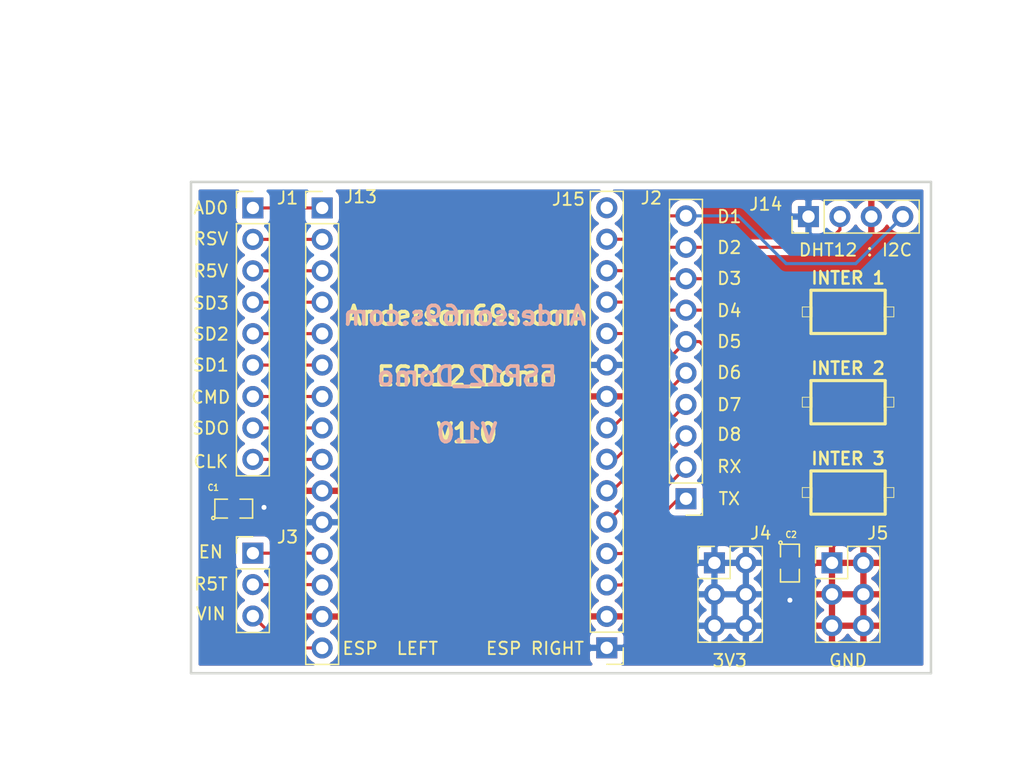
<source format=kicad_pcb>
(kicad_pcb (version 20171130) (host pcbnew "(5.1.5-0-10_14)")

  (general
    (thickness 1.6)
    (drawings 37)
    (tracks 78)
    (zones 0)
    (modules 13)
    (nets 25)
  )

  (page A4)
  (layers
    (0 F.Cu signal)
    (31 B.Cu signal)
    (32 B.Adhes user)
    (33 F.Adhes user)
    (34 B.Paste user)
    (35 F.Paste user)
    (36 B.SilkS user)
    (37 F.SilkS user)
    (38 B.Mask user)
    (39 F.Mask user)
    (40 Dwgs.User user)
    (41 Cmts.User user)
    (42 Eco1.User user)
    (43 Eco2.User user)
    (44 Edge.Cuts user)
    (45 Margin user)
    (46 B.CrtYd user)
    (47 F.CrtYd user)
    (48 B.Fab user)
    (49 F.Fab user)
  )

  (setup
    (last_trace_width 0.25)
    (trace_clearance 0.2)
    (zone_clearance 0.508)
    (zone_45_only no)
    (trace_min 0.2)
    (via_size 0.8)
    (via_drill 0.4)
    (via_min_size 0.4)
    (via_min_drill 0.3)
    (uvia_size 0.3)
    (uvia_drill 0.1)
    (uvias_allowed no)
    (uvia_min_size 0.2)
    (uvia_min_drill 0.1)
    (edge_width 0.2)
    (segment_width 0.2)
    (pcb_text_width 0.3)
    (pcb_text_size 1.5 1.5)
    (mod_edge_width 0.15)
    (mod_text_size 1 1)
    (mod_text_width 0.15)
    (pad_size 1.524 1.524)
    (pad_drill 0.762)
    (pad_to_mask_clearance 0.2)
    (aux_axis_origin 0 0)
    (visible_elements FFFFFF7F)
    (pcbplotparams
      (layerselection 0x01fff_ffffffff)
      (usegerberextensions true)
      (usegerberattributes false)
      (usegerberadvancedattributes false)
      (creategerberjobfile false)
      (excludeedgelayer true)
      (linewidth 0.100000)
      (plotframeref false)
      (viasonmask false)
      (mode 1)
      (useauxorigin false)
      (hpglpennumber 1)
      (hpglpenspeed 20)
      (hpglpendiameter 15.000000)
      (psnegative false)
      (psa4output false)
      (plotreference true)
      (plotvalue true)
      (plotinvisibletext false)
      (padsonsilk false)
      (subtractmaskfromsilk false)
      (outputformat 1)
      (mirror false)
      (drillshape 0)
      (scaleselection 1)
      (outputdirectory "gerber/"))
  )

  (net 0 "")
  (net 1 GND)
  (net 2 3V3)
  (net 3 AD0)
  (net 4 RSV)
  (net 5 R5V)
  (net 6 SD3)
  (net 7 SD2)
  (net 8 SD1)
  (net 9 CMD)
  (net 10 SDO)
  (net 11 CLK)
  (net 12 TX)
  (net 13 RX)
  (net 14 D8)
  (net 15 D7)
  (net 16 D6)
  (net 17 D5)
  (net 18 D4)
  (net 19 D3)
  (net 20 D2)
  (net 21 D1)
  (net 22 EN)
  (net 23 R5T)
  (net 24 VIN)

  (net_class Default "Ceci est la Netclass par défaut."
    (clearance 0.2)
    (trace_width 0.25)
    (via_dia 0.8)
    (via_drill 0.4)
    (uvia_dia 0.3)
    (uvia_drill 0.1)
    (add_net 3V3)
    (add_net AD0)
    (add_net CLK)
    (add_net CMD)
    (add_net D1)
    (add_net D2)
    (add_net D3)
    (add_net D4)
    (add_net D5)
    (add_net D6)
    (add_net D7)
    (add_net D8)
    (add_net EN)
    (add_net GND)
    (add_net R5T)
    (add_net R5V)
    (add_net RSV)
    (add_net RX)
    (add_net SD1)
    (add_net SD2)
    (add_net SD3)
    (add_net SDO)
    (add_net TX)
    (add_net VIN)
  )

  (module Connector_PinHeader_2.54mm:PinHeader_1x10_P2.54mm_Vertical (layer F.Cu) (tedit 5C580DA9) (tstamp 5C6FEC9B)
    (at 140.7 88.8 180)
    (descr "Through hole straight pin header, 1x10, 2.54mm pitch, single row")
    (tags "Through hole pin header THT 1x10 2.54mm single row")
    (path /5C603A60)
    (fp_text reference J2 (at 2.8 24.3 180) (layer F.SilkS)
      (effects (font (size 1 1) (thickness 0.15)))
    )
    (fp_text value Conn_01x10_Female (at -3.8 -12.4 180) (layer F.SilkS) hide
      (effects (font (size 1 1) (thickness 0.15)))
    )
    (fp_line (start -0.635 -1.27) (end 1.27 -1.27) (layer F.Fab) (width 0.1))
    (fp_line (start 1.27 -1.27) (end 1.27 24.13) (layer F.Fab) (width 0.1))
    (fp_line (start 1.27 24.13) (end -1.27 24.13) (layer F.Fab) (width 0.1))
    (fp_line (start -1.27 24.13) (end -1.27 -0.635) (layer F.Fab) (width 0.1))
    (fp_line (start -1.27 -0.635) (end -0.635 -1.27) (layer F.Fab) (width 0.1))
    (fp_line (start -1.33 24.19) (end 1.33 24.19) (layer F.SilkS) (width 0.12))
    (fp_line (start -1.33 1.27) (end -1.33 24.19) (layer F.SilkS) (width 0.12))
    (fp_line (start 1.33 1.27) (end 1.33 24.19) (layer F.SilkS) (width 0.12))
    (fp_line (start -1.33 1.27) (end 1.33 1.27) (layer F.SilkS) (width 0.12))
    (fp_line (start -1.33 0) (end -1.33 -1.33) (layer F.SilkS) (width 0.12))
    (fp_line (start -1.33 -1.33) (end 0 -1.33) (layer F.SilkS) (width 0.12))
    (fp_line (start -1.8 -1.8) (end -1.8 24.65) (layer F.CrtYd) (width 0.05))
    (fp_line (start -1.8 24.65) (end 1.8 24.65) (layer F.CrtYd) (width 0.05))
    (fp_line (start 1.8 24.65) (end 1.8 -1.8) (layer F.CrtYd) (width 0.05))
    (fp_line (start 1.8 -1.8) (end -1.8 -1.8) (layer F.CrtYd) (width 0.05))
    (fp_text user %R (at 0 11.43 270) (layer F.Fab)
      (effects (font (size 1 1) (thickness 0.15)))
    )
    (pad 1 thru_hole rect (at 0 0 180) (size 1.7 1.7) (drill 1) (layers *.Cu *.Mask)
      (net 12 TX))
    (pad 2 thru_hole oval (at 0 2.54 180) (size 1.7 1.7) (drill 1) (layers *.Cu *.Mask)
      (net 13 RX))
    (pad 3 thru_hole oval (at 0 5.08 180) (size 1.7 1.7) (drill 1) (layers *.Cu *.Mask)
      (net 14 D8))
    (pad 4 thru_hole oval (at 0 7.62 180) (size 1.7 1.7) (drill 1) (layers *.Cu *.Mask)
      (net 15 D7))
    (pad 5 thru_hole oval (at 0 10.16 180) (size 1.7 1.7) (drill 1) (layers *.Cu *.Mask)
      (net 16 D6))
    (pad 6 thru_hole oval (at 0 12.7 180) (size 1.7 1.7) (drill 1) (layers *.Cu *.Mask)
      (net 17 D5))
    (pad 7 thru_hole oval (at 0 15.24 180) (size 1.7 1.7) (drill 1) (layers *.Cu *.Mask)
      (net 18 D4))
    (pad 8 thru_hole oval (at 0 17.78 180) (size 1.7 1.7) (drill 1) (layers *.Cu *.Mask)
      (net 19 D3))
    (pad 9 thru_hole oval (at 0 20.32 180) (size 1.7 1.7) (drill 1) (layers *.Cu *.Mask)
      (net 20 D2))
    (pad 10 thru_hole oval (at 0 22.86 180) (size 1.7 1.7) (drill 1) (layers *.Cu *.Mask)
      (net 21 D1))
    (model ${KISYS3DMOD}/Connector_PinHeader_2.54mm.3dshapes/PinHeader_1x10_P2.54mm_Vertical.wrl
      (at (xyz 0 0 0))
      (scale (xyz 1 1 1))
      (rotate (xyz 0 0 0))
    )
  )

  (module Connector_PinHeader_2.54mm:PinHeader_1x09_P2.54mm_Vertical (layer F.Cu) (tedit 5C580E2A) (tstamp 5C6FEC7D)
    (at 105.7 65.3)
    (descr "Through hole straight pin header, 1x09, 2.54mm pitch, single row")
    (tags "Through hole pin header THT 1x09 2.54mm single row")
    (path /5C5B56B4)
    (fp_text reference J1 (at 2.8 -0.8) (layer F.SilkS)
      (effects (font (size 1 1) (thickness 0.15)))
    )
    (fp_text value Conn_01x09_Female (at 0 22.65) (layer F.SilkS) hide
      (effects (font (size 1 1) (thickness 0.15)))
    )
    (fp_line (start -0.635 -1.27) (end 1.27 -1.27) (layer F.Fab) (width 0.1))
    (fp_line (start 1.27 -1.27) (end 1.27 21.59) (layer F.Fab) (width 0.1))
    (fp_line (start 1.27 21.59) (end -1.27 21.59) (layer F.Fab) (width 0.1))
    (fp_line (start -1.27 21.59) (end -1.27 -0.635) (layer F.Fab) (width 0.1))
    (fp_line (start -1.27 -0.635) (end -0.635 -1.27) (layer F.Fab) (width 0.1))
    (fp_line (start -1.33 21.65) (end 1.33 21.65) (layer F.SilkS) (width 0.12))
    (fp_line (start -1.33 1.27) (end -1.33 21.65) (layer F.SilkS) (width 0.12))
    (fp_line (start 1.33 1.27) (end 1.33 21.65) (layer F.SilkS) (width 0.12))
    (fp_line (start -1.33 1.27) (end 1.33 1.27) (layer F.SilkS) (width 0.12))
    (fp_line (start -1.33 0) (end -1.33 -1.33) (layer F.SilkS) (width 0.12))
    (fp_line (start -1.33 -1.33) (end 0 -1.33) (layer F.SilkS) (width 0.12))
    (fp_line (start -1.8 -1.8) (end -1.8 22.1) (layer F.CrtYd) (width 0.05))
    (fp_line (start -1.8 22.1) (end 1.8 22.1) (layer F.CrtYd) (width 0.05))
    (fp_line (start 1.8 22.1) (end 1.8 -1.8) (layer F.CrtYd) (width 0.05))
    (fp_line (start 1.8 -1.8) (end -1.8 -1.8) (layer F.CrtYd) (width 0.05))
    (fp_text user %R (at 0 10.16 90) (layer F.Fab)
      (effects (font (size 1 1) (thickness 0.15)))
    )
    (pad 1 thru_hole rect (at 0 0) (size 1.7 1.7) (drill 1) (layers *.Cu *.Mask)
      (net 3 AD0))
    (pad 2 thru_hole oval (at 0 2.54) (size 1.7 1.7) (drill 1) (layers *.Cu *.Mask)
      (net 4 RSV))
    (pad 3 thru_hole oval (at 0 5.08) (size 1.7 1.7) (drill 1) (layers *.Cu *.Mask)
      (net 5 R5V))
    (pad 4 thru_hole oval (at 0 7.62) (size 1.7 1.7) (drill 1) (layers *.Cu *.Mask)
      (net 6 SD3))
    (pad 5 thru_hole oval (at 0 10.16) (size 1.7 1.7) (drill 1) (layers *.Cu *.Mask)
      (net 7 SD2))
    (pad 6 thru_hole oval (at 0 12.7) (size 1.7 1.7) (drill 1) (layers *.Cu *.Mask)
      (net 8 SD1))
    (pad 7 thru_hole oval (at 0 15.24) (size 1.7 1.7) (drill 1) (layers *.Cu *.Mask)
      (net 9 CMD))
    (pad 8 thru_hole oval (at 0 17.78) (size 1.7 1.7) (drill 1) (layers *.Cu *.Mask)
      (net 10 SDO))
    (pad 9 thru_hole oval (at 0 20.32) (size 1.7 1.7) (drill 1) (layers *.Cu *.Mask)
      (net 11 CLK))
    (model ${KISYS3DMOD}/Connector_PinHeader_2.54mm.3dshapes/PinHeader_1x09_P2.54mm_Vertical.wrl
      (at (xyz 0 0 0))
      (scale (xyz 1 1 1))
      (rotate (xyz 0 0 0))
    )
  )

  (module Connector_PinHeader_2.54mm:PinHeader_1x03_P2.54mm_Vertical (layer F.Cu) (tedit 5C580E25) (tstamp 5C6FECB2)
    (at 105.7 93.2)
    (descr "Through hole straight pin header, 1x03, 2.54mm pitch, single row")
    (tags "Through hole pin header THT 1x03 2.54mm single row")
    (path /5C6DA4C0)
    (fp_text reference J3 (at 2.8 -1.3) (layer F.SilkS)
      (effects (font (size 1 1) (thickness 0.15)))
    )
    (fp_text value Conn_01x03_Female (at 0 7.41) (layer F.SilkS) hide
      (effects (font (size 1 1) (thickness 0.15)))
    )
    (fp_line (start -0.635 -1.27) (end 1.27 -1.27) (layer F.Fab) (width 0.1))
    (fp_line (start 1.27 -1.27) (end 1.27 6.35) (layer F.Fab) (width 0.1))
    (fp_line (start 1.27 6.35) (end -1.27 6.35) (layer F.Fab) (width 0.1))
    (fp_line (start -1.27 6.35) (end -1.27 -0.635) (layer F.Fab) (width 0.1))
    (fp_line (start -1.27 -0.635) (end -0.635 -1.27) (layer F.Fab) (width 0.1))
    (fp_line (start -1.33 6.41) (end 1.33 6.41) (layer F.SilkS) (width 0.12))
    (fp_line (start -1.33 1.27) (end -1.33 6.41) (layer F.SilkS) (width 0.12))
    (fp_line (start 1.33 1.27) (end 1.33 6.41) (layer F.SilkS) (width 0.12))
    (fp_line (start -1.33 1.27) (end 1.33 1.27) (layer F.SilkS) (width 0.12))
    (fp_line (start -1.33 0) (end -1.33 -1.33) (layer F.SilkS) (width 0.12))
    (fp_line (start -1.33 -1.33) (end 0 -1.33) (layer F.SilkS) (width 0.12))
    (fp_line (start -1.8 -1.8) (end -1.8 6.85) (layer F.CrtYd) (width 0.05))
    (fp_line (start -1.8 6.85) (end 1.8 6.85) (layer F.CrtYd) (width 0.05))
    (fp_line (start 1.8 6.85) (end 1.8 -1.8) (layer F.CrtYd) (width 0.05))
    (fp_line (start 1.8 -1.8) (end -1.8 -1.8) (layer F.CrtYd) (width 0.05))
    (fp_text user %R (at 0 2.54 90) (layer F.Fab)
      (effects (font (size 1 1) (thickness 0.15)))
    )
    (pad 1 thru_hole rect (at 0 0) (size 1.7 1.7) (drill 1) (layers *.Cu *.Mask)
      (net 22 EN))
    (pad 2 thru_hole oval (at 0 2.54) (size 1.7 1.7) (drill 1) (layers *.Cu *.Mask)
      (net 23 R5T))
    (pad 3 thru_hole oval (at 0 5.08) (size 1.7 1.7) (drill 1) (layers *.Cu *.Mask)
      (net 24 VIN))
    (model ${KISYS3DMOD}/Connector_PinHeader_2.54mm.3dshapes/PinHeader_1x03_P2.54mm_Vertical.wrl
      (at (xyz 0 0 0))
      (scale (xyz 1 1 1))
      (rotate (xyz 0 0 0))
    )
  )

  (module Connector_PinHeader_2.54mm:PinHeader_1x15_P2.54mm_Vertical locked (layer F.Cu) (tedit 5C58129A) (tstamp 5C6FECD5)
    (at 111.3 65.3)
    (descr "Through hole straight pin header, 1x15, 2.54mm pitch, single row")
    (tags "Through hole pin header THT 1x15 2.54mm single row")
    (path /5C571862)
    (fp_text reference J13 (at 3.1 -0.9) (layer F.SilkS)
      (effects (font (size 1 1) (thickness 0.15)))
    )
    (fp_text value "ESP  LEFT" (at 5.5 35.6) (layer F.SilkS)
      (effects (font (size 1 1) (thickness 0.15)))
    )
    (fp_line (start -0.635 -1.27) (end 1.27 -1.27) (layer F.Fab) (width 0.1))
    (fp_line (start 1.27 -1.27) (end 1.27 36.83) (layer F.Fab) (width 0.1))
    (fp_line (start 1.27 36.83) (end -1.27 36.83) (layer F.Fab) (width 0.1))
    (fp_line (start -1.27 36.83) (end -1.27 -0.635) (layer F.Fab) (width 0.1))
    (fp_line (start -1.27 -0.635) (end -0.635 -1.27) (layer F.Fab) (width 0.1))
    (fp_line (start -1.33 36.89) (end 1.33 36.89) (layer F.SilkS) (width 0.12))
    (fp_line (start -1.33 1.27) (end -1.33 36.89) (layer F.SilkS) (width 0.12))
    (fp_line (start 1.33 1.27) (end 1.33 36.89) (layer F.SilkS) (width 0.12))
    (fp_line (start -1.33 1.27) (end 1.33 1.27) (layer F.SilkS) (width 0.12))
    (fp_line (start -1.33 0) (end -1.33 -1.33) (layer F.SilkS) (width 0.12))
    (fp_line (start -1.33 -1.33) (end 0 -1.33) (layer F.SilkS) (width 0.12))
    (fp_line (start -1.8 -1.8) (end -1.8 37.35) (layer F.CrtYd) (width 0.05))
    (fp_line (start -1.8 37.35) (end 1.8 37.35) (layer F.CrtYd) (width 0.05))
    (fp_line (start 1.8 37.35) (end 1.8 -1.8) (layer F.CrtYd) (width 0.05))
    (fp_line (start 1.8 -1.8) (end -1.8 -1.8) (layer F.CrtYd) (width 0.05))
    (fp_text user %R (at 0 17.78 90) (layer F.Fab)
      (effects (font (size 1 1) (thickness 0.15)))
    )
    (pad 1 thru_hole rect (at 0 0) (size 1.7 1.7) (drill 1) (layers *.Cu *.Mask)
      (net 3 AD0))
    (pad 2 thru_hole oval (at 0 2.54) (size 1.7 1.7) (drill 1) (layers *.Cu *.Mask)
      (net 4 RSV))
    (pad 3 thru_hole oval (at 0 5.08) (size 1.7 1.7) (drill 1) (layers *.Cu *.Mask)
      (net 5 R5V))
    (pad 4 thru_hole oval (at 0 7.62) (size 1.7 1.7) (drill 1) (layers *.Cu *.Mask)
      (net 6 SD3))
    (pad 5 thru_hole oval (at 0 10.16) (size 1.7 1.7) (drill 1) (layers *.Cu *.Mask)
      (net 7 SD2))
    (pad 6 thru_hole oval (at 0 12.7) (size 1.7 1.7) (drill 1) (layers *.Cu *.Mask)
      (net 8 SD1))
    (pad 7 thru_hole oval (at 0 15.24) (size 1.7 1.7) (drill 1) (layers *.Cu *.Mask)
      (net 9 CMD))
    (pad 8 thru_hole oval (at 0 17.78) (size 1.7 1.7) (drill 1) (layers *.Cu *.Mask)
      (net 10 SDO))
    (pad 9 thru_hole oval (at 0 20.32) (size 1.7 1.7) (drill 1) (layers *.Cu *.Mask)
      (net 11 CLK))
    (pad 10 thru_hole oval (at 0 22.86) (size 1.7 1.7) (drill 1) (layers *.Cu *.Mask)
      (net 1 GND))
    (pad 11 thru_hole oval (at 0 25.4) (size 1.7 1.7) (drill 1) (layers *.Cu *.Mask)
      (net 2 3V3))
    (pad 12 thru_hole oval (at 0 27.94) (size 1.7 1.7) (drill 1) (layers *.Cu *.Mask)
      (net 22 EN))
    (pad 13 thru_hole oval (at 0 30.48) (size 1.7 1.7) (drill 1) (layers *.Cu *.Mask)
      (net 23 R5T))
    (pad 14 thru_hole oval (at 0 33.02) (size 1.7 1.7) (drill 1) (layers *.Cu *.Mask)
      (net 1 GND))
    (pad 15 thru_hole oval (at 0 35.56) (size 1.7 1.7) (drill 1) (layers *.Cu *.Mask)
      (net 24 VIN))
    (model ${KISYS3DMOD}/Connector_PinHeader_2.54mm.3dshapes/PinHeader_1x15_P2.54mm_Vertical.wrl
      (at (xyz 0 0 0))
      (scale (xyz 1 1 1))
      (rotate (xyz 0 0 0))
    )
  )

  (module Connector_PinHeader_2.54mm:PinHeader_1x04_P2.54mm_Vertical (layer F.Cu) (tedit 5C581902) (tstamp 5C6FECED)
    (at 150.6 66 90)
    (descr "Through hole straight pin header, 1x04, 2.54mm pitch, single row")
    (tags "Through hole pin header THT 1x04 2.54mm single row")
    (path /5C573EC5)
    (fp_text reference J14 (at 1 -3.45 180) (layer F.SilkS)
      (effects (font (size 1 1) (thickness 0.15)))
    )
    (fp_text value "DHT12 : I2C" (at -2.7 3.8 180) (layer F.SilkS)
      (effects (font (size 1 1) (thickness 0.15)))
    )
    (fp_line (start -0.635 -1.27) (end 1.27 -1.27) (layer F.Fab) (width 0.1))
    (fp_line (start 1.27 -1.27) (end 1.27 8.89) (layer F.Fab) (width 0.1))
    (fp_line (start 1.27 8.89) (end -1.27 8.89) (layer F.Fab) (width 0.1))
    (fp_line (start -1.27 8.89) (end -1.27 -0.635) (layer F.Fab) (width 0.1))
    (fp_line (start -1.27 -0.635) (end -0.635 -1.27) (layer F.Fab) (width 0.1))
    (fp_line (start -1.33 8.95) (end 1.33 8.95) (layer F.SilkS) (width 0.12))
    (fp_line (start -1.33 1.27) (end -1.33 8.95) (layer F.SilkS) (width 0.12))
    (fp_line (start 1.33 1.27) (end 1.33 8.95) (layer F.SilkS) (width 0.12))
    (fp_line (start -1.33 1.27) (end 1.33 1.27) (layer F.SilkS) (width 0.12))
    (fp_line (start -1.33 0) (end -1.33 -1.33) (layer F.SilkS) (width 0.12))
    (fp_line (start -1.33 -1.33) (end 0 -1.33) (layer F.SilkS) (width 0.12))
    (fp_line (start -1.8 -1.8) (end -1.8 9.4) (layer F.CrtYd) (width 0.05))
    (fp_line (start -1.8 9.4) (end 1.8 9.4) (layer F.CrtYd) (width 0.05))
    (fp_line (start 1.8 9.4) (end 1.8 -1.8) (layer F.CrtYd) (width 0.05))
    (fp_line (start 1.8 -1.8) (end -1.8 -1.8) (layer F.CrtYd) (width 0.05))
    (fp_text user %R (at 0 3.81 180) (layer F.Fab)
      (effects (font (size 1 1) (thickness 0.15)))
    )
    (pad 1 thru_hole rect (at 0 0 90) (size 1.7 1.7) (drill 1) (layers *.Cu *.Mask)
      (net 2 3V3))
    (pad 2 thru_hole oval (at 0 2.54 90) (size 1.7 1.7) (drill 1) (layers *.Cu *.Mask)
      (net 20 D2))
    (pad 3 thru_hole oval (at 0 5.08 90) (size 1.7 1.7) (drill 1) (layers *.Cu *.Mask)
      (net 1 GND))
    (pad 4 thru_hole oval (at 0 7.62 90) (size 1.7 1.7) (drill 1) (layers *.Cu *.Mask)
      (net 21 D1))
    (model ${KISYS3DMOD}/Connector_PinHeader_2.54mm.3dshapes/PinHeader_1x04_P2.54mm_Vertical.wrl
      (at (xyz 0 0 0))
      (scale (xyz 1 1 1))
      (rotate (xyz 0 0 0))
    )
  )

  (module Connector_PinHeader_2.54mm:PinHeader_1x15_P2.54mm_Vertical (layer F.Cu) (tedit 5C581295) (tstamp 5C6FED10)
    (at 134.3 100.85 180)
    (descr "Through hole straight pin header, 1x15, 2.54mm pitch, single row")
    (tags "Through hole pin header THT 1x15 2.54mm single row")
    (path /5C5718AB)
    (fp_text reference J15 (at 3.1 36.25 180) (layer F.SilkS)
      (effects (font (size 1 1) (thickness 0.15)))
    )
    (fp_text value "ESP RIGHT" (at 5.8 -0.05 180) (layer F.SilkS)
      (effects (font (size 1 1) (thickness 0.15)))
    )
    (fp_text user %R (at 0 17.78 270) (layer F.Fab)
      (effects (font (size 1 1) (thickness 0.15)))
    )
    (fp_line (start 1.8 -1.8) (end -1.8 -1.8) (layer F.CrtYd) (width 0.05))
    (fp_line (start 1.8 37.35) (end 1.8 -1.8) (layer F.CrtYd) (width 0.05))
    (fp_line (start -1.8 37.35) (end 1.8 37.35) (layer F.CrtYd) (width 0.05))
    (fp_line (start -1.8 -1.8) (end -1.8 37.35) (layer F.CrtYd) (width 0.05))
    (fp_line (start -1.33 -1.33) (end 0 -1.33) (layer F.SilkS) (width 0.12))
    (fp_line (start -1.33 0) (end -1.33 -1.33) (layer F.SilkS) (width 0.12))
    (fp_line (start -1.33 1.27) (end 1.33 1.27) (layer F.SilkS) (width 0.12))
    (fp_line (start 1.33 1.27) (end 1.33 36.89) (layer F.SilkS) (width 0.12))
    (fp_line (start -1.33 1.27) (end -1.33 36.89) (layer F.SilkS) (width 0.12))
    (fp_line (start -1.33 36.89) (end 1.33 36.89) (layer F.SilkS) (width 0.12))
    (fp_line (start -1.27 -0.635) (end -0.635 -1.27) (layer F.Fab) (width 0.1))
    (fp_line (start -1.27 36.83) (end -1.27 -0.635) (layer F.Fab) (width 0.1))
    (fp_line (start 1.27 36.83) (end -1.27 36.83) (layer F.Fab) (width 0.1))
    (fp_line (start 1.27 -1.27) (end 1.27 36.83) (layer F.Fab) (width 0.1))
    (fp_line (start -0.635 -1.27) (end 1.27 -1.27) (layer F.Fab) (width 0.1))
    (pad 15 thru_hole oval (at 0 35.56 180) (size 1.7 1.7) (drill 1) (layers *.Cu *.Mask))
    (pad 14 thru_hole oval (at 0 33.02 180) (size 1.7 1.7) (drill 1) (layers *.Cu *.Mask)
      (net 21 D1))
    (pad 13 thru_hole oval (at 0 30.48 180) (size 1.7 1.7) (drill 1) (layers *.Cu *.Mask)
      (net 20 D2))
    (pad 12 thru_hole oval (at 0 27.94 180) (size 1.7 1.7) (drill 1) (layers *.Cu *.Mask)
      (net 19 D3))
    (pad 11 thru_hole oval (at 0 25.4 180) (size 1.7 1.7) (drill 1) (layers *.Cu *.Mask)
      (net 18 D4))
    (pad 10 thru_hole oval (at 0 22.86 180) (size 1.7 1.7) (drill 1) (layers *.Cu *.Mask)
      (net 2 3V3))
    (pad 9 thru_hole oval (at 0 20.32 180) (size 1.7 1.7) (drill 1) (layers *.Cu *.Mask)
      (net 1 GND))
    (pad 8 thru_hole oval (at 0 17.78 180) (size 1.7 1.7) (drill 1) (layers *.Cu *.Mask)
      (net 17 D5))
    (pad 7 thru_hole oval (at 0 15.24 180) (size 1.7 1.7) (drill 1) (layers *.Cu *.Mask)
      (net 16 D6))
    (pad 6 thru_hole oval (at 0 12.7 180) (size 1.7 1.7) (drill 1) (layers *.Cu *.Mask)
      (net 15 D7))
    (pad 5 thru_hole oval (at 0 10.16 180) (size 1.7 1.7) (drill 1) (layers *.Cu *.Mask)
      (net 14 D8))
    (pad 4 thru_hole oval (at 0 7.62 180) (size 1.7 1.7) (drill 1) (layers *.Cu *.Mask)
      (net 13 RX))
    (pad 3 thru_hole oval (at 0 5.08 180) (size 1.7 1.7) (drill 1) (layers *.Cu *.Mask)
      (net 12 TX))
    (pad 2 thru_hole oval (at 0 2.54 180) (size 1.7 1.7) (drill 1) (layers *.Cu *.Mask)
      (net 1 GND))
    (pad 1 thru_hole rect (at 0 0 180) (size 1.7 1.7) (drill 1) (layers *.Cu *.Mask)
      (net 2 3V3))
    (model ${KISYS3DMOD}/Connector_PinHeader_2.54mm.3dshapes/PinHeader_1x15_P2.54mm_Vertical.wrl
      (at (xyz 0 0 0))
      (scale (xyz 1 1 1))
      (rotate (xyz 0 0 0))
    )
  )

  (module Connector_PinHeader_2.54mm:PinHeader_2x03_P2.54mm_Vertical (layer F.Cu) (tedit 5C5817CE) (tstamp 5C646A6A)
    (at 143 93.9835)
    (descr "Through hole straight pin header, 2x03, 2.54mm pitch, double rows")
    (tags "Through hole pin header THT 2x03 2.54mm double row")
    (path /5C5ACFFE)
    (fp_text reference J4 (at 3.74 -2.4) (layer F.SilkS)
      (effects (font (size 1 1) (thickness 0.15)))
    )
    (fp_text value 3V3 (at 1.24 7.9) (layer F.SilkS)
      (effects (font (size 1 1) (thickness 0.15)))
    )
    (fp_line (start 0 -1.27) (end 3.81 -1.27) (layer F.Fab) (width 0.1))
    (fp_line (start 3.81 -1.27) (end 3.81 6.35) (layer F.Fab) (width 0.1))
    (fp_line (start 3.81 6.35) (end -1.27 6.35) (layer F.Fab) (width 0.1))
    (fp_line (start -1.27 6.35) (end -1.27 0) (layer F.Fab) (width 0.1))
    (fp_line (start -1.27 0) (end 0 -1.27) (layer F.Fab) (width 0.1))
    (fp_line (start -1.33 6.41) (end 3.87 6.41) (layer F.SilkS) (width 0.12))
    (fp_line (start -1.33 1.27) (end -1.33 6.41) (layer F.SilkS) (width 0.12))
    (fp_line (start 3.87 -1.33) (end 3.87 6.41) (layer F.SilkS) (width 0.12))
    (fp_line (start -1.33 1.27) (end 1.27 1.27) (layer F.SilkS) (width 0.12))
    (fp_line (start 1.27 1.27) (end 1.27 -1.33) (layer F.SilkS) (width 0.12))
    (fp_line (start 1.27 -1.33) (end 3.87 -1.33) (layer F.SilkS) (width 0.12))
    (fp_line (start -1.33 0) (end -1.33 -1.33) (layer F.SilkS) (width 0.12))
    (fp_line (start -1.33 -1.33) (end 0 -1.33) (layer F.SilkS) (width 0.12))
    (fp_line (start -1.8 -1.8) (end -1.8 6.85) (layer F.CrtYd) (width 0.05))
    (fp_line (start -1.8 6.85) (end 4.35 6.85) (layer F.CrtYd) (width 0.05))
    (fp_line (start 4.35 6.85) (end 4.35 -1.8) (layer F.CrtYd) (width 0.05))
    (fp_line (start 4.35 -1.8) (end -1.8 -1.8) (layer F.CrtYd) (width 0.05))
    (fp_text user %R (at 1.27 2.54 90) (layer F.Fab)
      (effects (font (size 1 1) (thickness 0.15)))
    )
    (pad 1 thru_hole rect (at 0 0) (size 1.7 1.7) (drill 1) (layers *.Cu *.Mask)
      (net 2 3V3))
    (pad 2 thru_hole oval (at 2.54 0) (size 1.7 1.7) (drill 1) (layers *.Cu *.Mask)
      (net 2 3V3))
    (pad 3 thru_hole oval (at 0 2.54) (size 1.7 1.7) (drill 1) (layers *.Cu *.Mask)
      (net 2 3V3))
    (pad 4 thru_hole oval (at 2.54 2.54) (size 1.7 1.7) (drill 1) (layers *.Cu *.Mask)
      (net 2 3V3))
    (pad 5 thru_hole oval (at 0 5.08) (size 1.7 1.7) (drill 1) (layers *.Cu *.Mask)
      (net 2 3V3))
    (pad 6 thru_hole oval (at 2.54 5.08) (size 1.7 1.7) (drill 1) (layers *.Cu *.Mask)
      (net 2 3V3))
    (model ${KISYS3DMOD}/Connector_PinHeader_2.54mm.3dshapes/PinHeader_2x03_P2.54mm_Vertical.wrl
      (at (xyz 0 0 0))
      (scale (xyz 1 1 1))
      (rotate (xyz 0 0 0))
    )
  )

  (module Connector_PinHeader_2.54mm:PinHeader_2x03_P2.54mm_Vertical (layer F.Cu) (tedit 5C5817C7) (tstamp 5C70A35F)
    (at 152.5 93.9835)
    (descr "Through hole straight pin header, 2x03, 2.54mm pitch, double rows")
    (tags "Through hole pin header THT 2x03 2.54mm double row")
    (path /5C5AD03B)
    (fp_text reference J5 (at 3.7 -2.4) (layer F.SilkS)
      (effects (font (size 1 1) (thickness 0.15)))
    )
    (fp_text value GND (at 1.3 7.9) (layer F.SilkS)
      (effects (font (size 1 1) (thickness 0.15)))
    )
    (fp_text user %R (at 1.27 2.54 90) (layer F.Fab)
      (effects (font (size 1 1) (thickness 0.15)))
    )
    (fp_line (start 4.35 -1.8) (end -1.8 -1.8) (layer F.CrtYd) (width 0.05))
    (fp_line (start 4.35 6.85) (end 4.35 -1.8) (layer F.CrtYd) (width 0.05))
    (fp_line (start -1.8 6.85) (end 4.35 6.85) (layer F.CrtYd) (width 0.05))
    (fp_line (start -1.8 -1.8) (end -1.8 6.85) (layer F.CrtYd) (width 0.05))
    (fp_line (start -1.33 -1.33) (end 0 -1.33) (layer F.SilkS) (width 0.12))
    (fp_line (start -1.33 0) (end -1.33 -1.33) (layer F.SilkS) (width 0.12))
    (fp_line (start 1.27 -1.33) (end 3.87 -1.33) (layer F.SilkS) (width 0.12))
    (fp_line (start 1.27 1.27) (end 1.27 -1.33) (layer F.SilkS) (width 0.12))
    (fp_line (start -1.33 1.27) (end 1.27 1.27) (layer F.SilkS) (width 0.12))
    (fp_line (start 3.87 -1.33) (end 3.87 6.41) (layer F.SilkS) (width 0.12))
    (fp_line (start -1.33 1.27) (end -1.33 6.41) (layer F.SilkS) (width 0.12))
    (fp_line (start -1.33 6.41) (end 3.87 6.41) (layer F.SilkS) (width 0.12))
    (fp_line (start -1.27 0) (end 0 -1.27) (layer F.Fab) (width 0.1))
    (fp_line (start -1.27 6.35) (end -1.27 0) (layer F.Fab) (width 0.1))
    (fp_line (start 3.81 6.35) (end -1.27 6.35) (layer F.Fab) (width 0.1))
    (fp_line (start 3.81 -1.27) (end 3.81 6.35) (layer F.Fab) (width 0.1))
    (fp_line (start 0 -1.27) (end 3.81 -1.27) (layer F.Fab) (width 0.1))
    (pad 6 thru_hole oval (at 2.54 5.08) (size 1.7 1.7) (drill 1) (layers *.Cu *.Mask)
      (net 1 GND))
    (pad 5 thru_hole oval (at 0 5.08) (size 1.7 1.7) (drill 1) (layers *.Cu *.Mask)
      (net 1 GND))
    (pad 4 thru_hole oval (at 2.54 2.54) (size 1.7 1.7) (drill 1) (layers *.Cu *.Mask)
      (net 1 GND))
    (pad 3 thru_hole oval (at 0 2.54) (size 1.7 1.7) (drill 1) (layers *.Cu *.Mask)
      (net 1 GND))
    (pad 2 thru_hole oval (at 2.54 0) (size 1.7 1.7) (drill 1) (layers *.Cu *.Mask)
      (net 1 GND))
    (pad 1 thru_hole rect (at 0 0) (size 1.7 1.7) (drill 1) (layers *.Cu *.Mask)
      (net 1 GND))
    (model ${KISYS3DMOD}/Connector_PinHeader_2.54mm.3dshapes/PinHeader_2x03_P2.54mm_Vertical.wrl
      (at (xyz 0 0 0))
      (scale (xyz 1 1 1))
      (rotate (xyz 0 0 0))
    )
  )

  (module MWL:SM0805 (layer F.Cu) (tedit 52531629) (tstamp 5C64748F)
    (at 104.1525 89.6)
    (tags "0805 SM0805")
    (path /5C66085B)
    (attr smd)
    (fp_text reference C1 (at -1.6525 -1.7) (layer F.SilkS)
      (effects (font (size 0.508 0.4572) (thickness 0.09906)))
    )
    (fp_text value 100MicroF (at 0 1.4224) (layer F.SilkS) hide
      (effects (font (size 0.508 0.4572) (thickness 0.09906)))
    )
    (fp_line (start 1.524 0.762) (end 0.508 0.762) (layer F.SilkS) (width 0.127))
    (fp_line (start 1.524 -0.762) (end 1.524 0.762) (layer F.SilkS) (width 0.127))
    (fp_line (start 0.508 -0.762) (end 1.524 -0.762) (layer F.SilkS) (width 0.127))
    (fp_line (start -1.524 -0.762) (end -0.508 -0.762) (layer F.SilkS) (width 0.127))
    (fp_line (start -1.524 0.762) (end -1.524 -0.762) (layer F.SilkS) (width 0.127))
    (fp_line (start -0.508 0.762) (end -1.524 0.762) (layer F.SilkS) (width 0.127))
    (fp_circle (center -1.651 0.762) (end -1.651 0.635) (layer F.SilkS) (width 0.127))
    (pad 2 smd rect (at 0.9525 0) (size 0.889 1.397) (layers F.Cu F.Paste F.Mask)
      (net 2 3V3))
    (pad 1 smd rect (at -0.9525 0) (size 0.889 1.397) (layers F.Cu F.Paste F.Mask)
      (net 1 GND))
    (model smd/chip_cms.wrl
      (at (xyz 0 0 0))
      (scale (xyz 0.1 0.1 0.1))
      (rotate (xyz 0 0 0))
    )
  )

  (module MWL:SM0805 (layer F.Cu) (tedit 52531629) (tstamp 5C64749C)
    (at 149.1 94 270)
    (tags "0805 SM0805")
    (path /5C6A5EFE)
    (attr smd)
    (fp_text reference C2 (at -2.3 -0.1) (layer F.SilkS)
      (effects (font (size 0.508 0.4572) (thickness 0.09906)))
    )
    (fp_text value 100MicroF (at 0 1.4224 270) (layer F.SilkS) hide
      (effects (font (size 0.508 0.4572) (thickness 0.09906)))
    )
    (fp_circle (center -1.651 0.762) (end -1.651 0.635) (layer F.SilkS) (width 0.127))
    (fp_line (start -0.508 0.762) (end -1.524 0.762) (layer F.SilkS) (width 0.127))
    (fp_line (start -1.524 0.762) (end -1.524 -0.762) (layer F.SilkS) (width 0.127))
    (fp_line (start -1.524 -0.762) (end -0.508 -0.762) (layer F.SilkS) (width 0.127))
    (fp_line (start 0.508 -0.762) (end 1.524 -0.762) (layer F.SilkS) (width 0.127))
    (fp_line (start 1.524 -0.762) (end 1.524 0.762) (layer F.SilkS) (width 0.127))
    (fp_line (start 1.524 0.762) (end 0.508 0.762) (layer F.SilkS) (width 0.127))
    (pad 1 smd rect (at -0.9525 0 270) (size 0.889 1.397) (layers F.Cu F.Paste F.Mask)
      (net 1 GND))
    (pad 2 smd rect (at 0.9525 0 270) (size 0.889 1.397) (layers F.Cu F.Paste F.Mask)
      (net 2 3V3))
    (model smd/chip_cms.wrl
      (at (xyz 0 0 0))
      (scale (xyz 0.1 0.1 0.1))
      (rotate (xyz 0 0 0))
    )
  )

  (module MWL:SWITCH_CMS (layer F.Cu) (tedit 50FB51F2) (tstamp 5C709D5E)
    (at 153.8 73.7 180)
    (descr "SURFACE MOUNT MOMENTARY PUSHBUTTON SWITCHES SPST NORMALLY OPEN")
    (tags "SURFACE MOUNT MOMENTARY PUSHBUTTON SWITCHES SPST NORMALLY OPEN")
    (path /5C573DEE)
    (attr smd)
    (fp_text reference SW1 (at 0 -2.4384 180) (layer F.SilkS) hide
      (effects (font (size 1 1) (thickness 0.2)))
    )
    (fp_text value "INTER 1" (at 0 2.7432 180) (layer F.SilkS)
      (effects (font (size 1 1) (thickness 0.2)))
    )
    (fp_line (start -3.69824 0.39878) (end -2.89814 0.39878) (layer F.SilkS) (width 0.06604))
    (fp_line (start -2.89814 0.39878) (end -2.89814 -0.39878) (layer F.SilkS) (width 0.06604))
    (fp_line (start -3.69824 -0.39878) (end -2.89814 -0.39878) (layer F.SilkS) (width 0.06604))
    (fp_line (start -3.69824 0.39878) (end -3.69824 -0.39878) (layer F.SilkS) (width 0.06604))
    (fp_line (start 2.89814 0.39878) (end 3.69824 0.39878) (layer F.SilkS) (width 0.06604))
    (fp_line (start 3.69824 0.39878) (end 3.69824 -0.39878) (layer F.SilkS) (width 0.06604))
    (fp_line (start 2.89814 -0.39878) (end 3.69824 -0.39878) (layer F.SilkS) (width 0.06604))
    (fp_line (start 2.89814 0.39878) (end 2.89814 -0.39878) (layer F.SilkS) (width 0.06604))
    (fp_line (start -2.99974 -1.74752) (end 2.99974 -1.74752) (layer F.SilkS) (width 0.254))
    (fp_line (start 2.99974 1.74752) (end -2.99974 1.74752) (layer F.SilkS) (width 0.254))
    (fp_line (start -2.99974 -1.74752) (end -2.99974 -0.6477) (layer F.SilkS) (width 0.254))
    (fp_line (start 2.99974 -1.74752) (end 2.99974 -0.6477) (layer F.SilkS) (width 0.254))
    (fp_line (start 2.99974 1.74752) (end 2.99974 0.6477) (layer F.SilkS) (width 0.254))
    (fp_line (start -2.99974 1.74752) (end -2.99974 0.6477) (layer F.SilkS) (width 0.254))
    (fp_line (start -2.99974 -0.6477) (end -2.99974 0.59944) (layer F.SilkS) (width 0.254))
    (fp_line (start 2.99974 -0.6985) (end 2.99974 0.7493) (layer F.SilkS) (width 0.254))
    (pad 1 smd rect (at -2.99974 0 180) (size 1.99898 1.6002) (layers F.Cu F.Paste F.Mask)
      (net 1 GND))
    (pad 2 smd rect (at 2.99974 0 180) (size 1.99898 1.6002) (layers F.Cu F.Paste F.Mask)
      (net 19 D3))
  )

  (module MWL:SWITCH_CMS (layer F.Cu) (tedit 50FB51F2) (tstamp 5C709D73)
    (at 153.8 81 180)
    (descr "SURFACE MOUNT MOMENTARY PUSHBUTTON SWITCHES SPST NORMALLY OPEN")
    (tags "SURFACE MOUNT MOMENTARY PUSHBUTTON SWITCHES SPST NORMALLY OPEN")
    (path /5C573E23)
    (attr smd)
    (fp_text reference SW2 (at 0 -2.4384 180) (layer F.SilkS) hide
      (effects (font (size 1 1) (thickness 0.2)))
    )
    (fp_text value "INTER 2" (at 0 2.7432 180) (layer F.SilkS)
      (effects (font (size 1 1) (thickness 0.2)))
    )
    (fp_line (start 2.99974 -0.6985) (end 2.99974 0.7493) (layer F.SilkS) (width 0.254))
    (fp_line (start -2.99974 -0.6477) (end -2.99974 0.59944) (layer F.SilkS) (width 0.254))
    (fp_line (start -2.99974 1.74752) (end -2.99974 0.6477) (layer F.SilkS) (width 0.254))
    (fp_line (start 2.99974 1.74752) (end 2.99974 0.6477) (layer F.SilkS) (width 0.254))
    (fp_line (start 2.99974 -1.74752) (end 2.99974 -0.6477) (layer F.SilkS) (width 0.254))
    (fp_line (start -2.99974 -1.74752) (end -2.99974 -0.6477) (layer F.SilkS) (width 0.254))
    (fp_line (start 2.99974 1.74752) (end -2.99974 1.74752) (layer F.SilkS) (width 0.254))
    (fp_line (start -2.99974 -1.74752) (end 2.99974 -1.74752) (layer F.SilkS) (width 0.254))
    (fp_line (start 2.89814 0.39878) (end 2.89814 -0.39878) (layer F.SilkS) (width 0.06604))
    (fp_line (start 2.89814 -0.39878) (end 3.69824 -0.39878) (layer F.SilkS) (width 0.06604))
    (fp_line (start 3.69824 0.39878) (end 3.69824 -0.39878) (layer F.SilkS) (width 0.06604))
    (fp_line (start 2.89814 0.39878) (end 3.69824 0.39878) (layer F.SilkS) (width 0.06604))
    (fp_line (start -3.69824 0.39878) (end -3.69824 -0.39878) (layer F.SilkS) (width 0.06604))
    (fp_line (start -3.69824 -0.39878) (end -2.89814 -0.39878) (layer F.SilkS) (width 0.06604))
    (fp_line (start -2.89814 0.39878) (end -2.89814 -0.39878) (layer F.SilkS) (width 0.06604))
    (fp_line (start -3.69824 0.39878) (end -2.89814 0.39878) (layer F.SilkS) (width 0.06604))
    (pad 2 smd rect (at 2.99974 0 180) (size 1.99898 1.6002) (layers F.Cu F.Paste F.Mask)
      (net 18 D4))
    (pad 1 smd rect (at -2.99974 0 180) (size 1.99898 1.6002) (layers F.Cu F.Paste F.Mask)
      (net 1 GND))
  )

  (module MWL:SWITCH_CMS (layer F.Cu) (tedit 50FB51F2) (tstamp 5C709D88)
    (at 153.8 88.3 180)
    (descr "SURFACE MOUNT MOMENTARY PUSHBUTTON SWITCHES SPST NORMALLY OPEN")
    (tags "SURFACE MOUNT MOMENTARY PUSHBUTTON SWITCHES SPST NORMALLY OPEN")
    (path /5C573E41)
    (attr smd)
    (fp_text reference SW3 (at 0 -2.4384 180) (layer F.SilkS) hide
      (effects (font (size 1 1) (thickness 0.2)))
    )
    (fp_text value "INTER 3" (at 0 2.7432 180) (layer F.SilkS)
      (effects (font (size 1 1) (thickness 0.2)))
    )
    (fp_line (start -3.69824 0.39878) (end -2.89814 0.39878) (layer F.SilkS) (width 0.06604))
    (fp_line (start -2.89814 0.39878) (end -2.89814 -0.39878) (layer F.SilkS) (width 0.06604))
    (fp_line (start -3.69824 -0.39878) (end -2.89814 -0.39878) (layer F.SilkS) (width 0.06604))
    (fp_line (start -3.69824 0.39878) (end -3.69824 -0.39878) (layer F.SilkS) (width 0.06604))
    (fp_line (start 2.89814 0.39878) (end 3.69824 0.39878) (layer F.SilkS) (width 0.06604))
    (fp_line (start 3.69824 0.39878) (end 3.69824 -0.39878) (layer F.SilkS) (width 0.06604))
    (fp_line (start 2.89814 -0.39878) (end 3.69824 -0.39878) (layer F.SilkS) (width 0.06604))
    (fp_line (start 2.89814 0.39878) (end 2.89814 -0.39878) (layer F.SilkS) (width 0.06604))
    (fp_line (start -2.99974 -1.74752) (end 2.99974 -1.74752) (layer F.SilkS) (width 0.254))
    (fp_line (start 2.99974 1.74752) (end -2.99974 1.74752) (layer F.SilkS) (width 0.254))
    (fp_line (start -2.99974 -1.74752) (end -2.99974 -0.6477) (layer F.SilkS) (width 0.254))
    (fp_line (start 2.99974 -1.74752) (end 2.99974 -0.6477) (layer F.SilkS) (width 0.254))
    (fp_line (start 2.99974 1.74752) (end 2.99974 0.6477) (layer F.SilkS) (width 0.254))
    (fp_line (start -2.99974 1.74752) (end -2.99974 0.6477) (layer F.SilkS) (width 0.254))
    (fp_line (start -2.99974 -0.6477) (end -2.99974 0.59944) (layer F.SilkS) (width 0.254))
    (fp_line (start 2.99974 -0.6985) (end 2.99974 0.7493) (layer F.SilkS) (width 0.254))
    (pad 1 smd rect (at -2.99974 0 180) (size 1.99898 1.6002) (layers F.Cu F.Paste F.Mask)
      (net 1 GND))
    (pad 2 smd rect (at 2.99974 0 180) (size 1.99898 1.6002) (layers F.Cu F.Paste F.Mask)
      (net 17 D5))
  )

  (gr_line (start 160.5 63.2) (end 160.5 102.9) (layer Edge.Cuts) (width 0.2))
  (gr_line (start 100.7 63.2) (end 160.5 63.2) (layer Edge.Cuts) (width 0.2))
  (dimension 59.8 (width 0.3) (layer Cmts.User)
    (gr_text "59.800 mm" (at 130.6 49.6) (layer Cmts.User)
      (effects (font (size 1.5 1.5) (thickness 0.3)))
    )
    (feature1 (pts (xy 160.5 63.2) (xy 160.5 51.113579)))
    (feature2 (pts (xy 100.7 63.2) (xy 100.7 51.113579)))
    (crossbar (pts (xy 100.7 51.7) (xy 160.5 51.7)))
    (arrow1a (pts (xy 160.5 51.7) (xy 159.373496 52.286421)))
    (arrow1b (pts (xy 160.5 51.7) (xy 159.373496 51.113579)))
    (arrow2a (pts (xy 100.7 51.7) (xy 101.826504 52.286421)))
    (arrow2b (pts (xy 100.7 51.7) (xy 101.826504 51.113579)))
  )
  (dimension 39.7 (width 0.3) (layer Cmts.User)
    (gr_text "39.700 mm" (at 166.1 83.05 90) (layer Cmts.User)
      (effects (font (size 1.5 1.5) (thickness 0.3)))
    )
    (feature1 (pts (xy 160.5 63.2) (xy 164.586421 63.2)))
    (feature2 (pts (xy 160.5 102.9) (xy 164.586421 102.9)))
    (crossbar (pts (xy 164 102.9) (xy 164 63.2)))
    (arrow1a (pts (xy 164 63.2) (xy 164.586421 64.326504)))
    (arrow1b (pts (xy 164 63.2) (xy 163.413579 64.326504)))
    (arrow2a (pts (xy 164 102.9) (xy 164.586421 101.773496)))
    (arrow2b (pts (xy 164 102.9) (xy 163.413579 101.773496)))
  )
  (gr_line (start 100.7 102.9) (end 160.5 102.9) (layer Edge.Cuts) (width 0.2))
  (gr_line (start 100.7 63.2) (end 100.7 102.9) (layer Edge.Cuts) (width 0.2))
  (dimension 59.8 (width 0.3) (layer Cmts.User)
    (gr_text "59.800 mm" (at 130.6 112.1) (layer Cmts.User)
      (effects (font (size 1.5 1.5) (thickness 0.3)))
    )
    (feature1 (pts (xy 160.5 102.9) (xy 160.5 110.586421)))
    (feature2 (pts (xy 100.7 102.9) (xy 100.7 110.586421)))
    (crossbar (pts (xy 100.7 110) (xy 160.5 110)))
    (arrow1a (pts (xy 160.5 110) (xy 159.373496 110.586421)))
    (arrow1b (pts (xy 160.5 110) (xy 159.373496 109.413579)))
    (arrow2a (pts (xy 100.7 110) (xy 101.826504 110.586421)))
    (arrow2b (pts (xy 100.7 110) (xy 101.826504 109.413579)))
  )
  (dimension 39.7 (width 0.3) (layer Cmts.User)
    (gr_text "39.700 mm" (at 90.8 83.05 90) (layer Cmts.User)
      (effects (font (size 1.5 1.5) (thickness 0.3)))
    )
    (feature1 (pts (xy 100.7 63.2) (xy 92.313579 63.2)))
    (feature2 (pts (xy 100.7 102.9) (xy 92.313579 102.9)))
    (crossbar (pts (xy 92.9 102.9) (xy 92.9 63.2)))
    (arrow1a (pts (xy 92.9 63.2) (xy 93.486421 64.326504)))
    (arrow1b (pts (xy 92.9 63.2) (xy 92.313579 64.326504)))
    (arrow2a (pts (xy 92.9 102.9) (xy 93.486421 101.773496)))
    (arrow2b (pts (xy 92.9 102.9) (xy 92.313579 101.773496)))
  )
  (gr_text V1.0 (at 123 83.5) (layer B.SilkS) (tstamp 5C647467)
    (effects (font (size 1.5 1.5) (thickness 0.3)) (justify mirror))
  )
  (gr_text ESP12_Domo (at 123 78.9) (layer B.SilkS) (tstamp 5C647462)
    (effects (font (size 1.5 1.5) (thickness 0.3)) (justify mirror))
  )
  (gr_text Anderson69s.com (at 122.8 74) (layer B.SilkS) (tstamp 5C64745E)
    (effects (font (size 1.5 1.5) (thickness 0.3)) (justify mirror))
  )
  (gr_text V1.0 (at 123 83.5) (layer F.SilkS) (tstamp 5C64745A)
    (effects (font (size 1.5 1.5) (thickness 0.3)))
  )
  (gr_text ESP12_Domo (at 123 78.9) (layer F.SilkS) (tstamp 5C647454)
    (effects (font (size 1.5 1.5) (thickness 0.3)))
  )
  (gr_text Anderson69s.com (at 123 74) (layer F.SilkS)
    (effects (font (size 1.5 1.5) (thickness 0.3)))
  )
  (gr_text D1 (at 144.2 66) (layer F.SilkS) (tstamp 5C64724C)
    (effects (font (size 1 1) (thickness 0.15)))
  )
  (gr_text D2 (at 144.2 68.5) (layer F.SilkS) (tstamp 5C64724A)
    (effects (font (size 1 1) (thickness 0.15)))
  )
  (gr_text D3 (at 144.2 71) (layer F.SilkS) (tstamp 5C647248)
    (effects (font (size 1 1) (thickness 0.15)))
  )
  (gr_text D4 (at 144.2 73.6) (layer F.SilkS) (tstamp 5C647246)
    (effects (font (size 1 1) (thickness 0.15)))
  )
  (gr_text D5 (at 144.2 76.1) (layer F.SilkS) (tstamp 5C647244)
    (effects (font (size 1 1) (thickness 0.15)))
  )
  (gr_text D6 (at 144.2 78.6) (layer F.SilkS) (tstamp 5C647242)
    (effects (font (size 1 1) (thickness 0.15)))
  )
  (gr_text D7 (at 144.2 81.2) (layer F.SilkS) (tstamp 5C647240)
    (effects (font (size 1 1) (thickness 0.15)))
  )
  (gr_text D8 (at 144.2 83.6) (layer F.SilkS) (tstamp 5C64723E)
    (effects (font (size 1 1) (thickness 0.15)))
  )
  (gr_text RX (at 144.2 86.2) (layer F.SilkS) (tstamp 5C64723C)
    (effects (font (size 1 1) (thickness 0.15)))
  )
  (gr_text TX (at 144.2 88.8) (layer F.SilkS) (tstamp 5C647238)
    (effects (font (size 1 1) (thickness 0.15)))
  )
  (gr_text VIN (at 102.3 98.1) (layer F.SilkS) (tstamp 5C5815E2)
    (effects (font (size 1 1) (thickness 0.15)))
  )
  (gr_text R5T (at 102.3 95.7) (layer F.SilkS) (tstamp 5C5815E0)
    (effects (font (size 1 1) (thickness 0.15)))
  )
  (gr_text EN (at 102.3 93.1) (layer F.SilkS) (tstamp 5C5815DE)
    (effects (font (size 1 1) (thickness 0.15)))
  )
  (gr_text "AD0\n" (at 102.3 65.3) (layer F.SilkS) (tstamp 5C5815CC)
    (effects (font (size 1 1) (thickness 0.15)))
  )
  (gr_text RSV (at 102.3 67.8) (layer F.SilkS) (tstamp 5C5815CA)
    (effects (font (size 1 1) (thickness 0.15)))
  )
  (gr_text R5V (at 102.3 70.4) (layer F.SilkS) (tstamp 5C5815C8)
    (effects (font (size 1 1) (thickness 0.15)))
  )
  (gr_text SD3 (at 102.3 73) (layer F.SilkS) (tstamp 5C5815C6)
    (effects (font (size 1 1) (thickness 0.15)))
  )
  (gr_text SD2 (at 102.3 75.5) (layer F.SilkS) (tstamp 5C5815C4)
    (effects (font (size 1 1) (thickness 0.15)))
  )
  (gr_text SD1 (at 102.3 78) (layer F.SilkS) (tstamp 5C5815C2)
    (effects (font (size 1 1) (thickness 0.15)))
  )
  (gr_text CMD (at 102.3 80.6) (layer F.SilkS) (tstamp 5C5815C0)
    (effects (font (size 1 1) (thickness 0.15)))
  )
  (gr_text SDO (at 102.3 83.1) (layer F.SilkS) (tstamp 5C5811B3)
    (effects (font (size 1 1) (thickness 0.15)))
  )
  (gr_text CLK (at 102.3 85.8) (layer F.SilkS)
    (effects (font (size 1 1) (thickness 0.15)))
  )
  (dimension 23.000217 (width 0.3) (layer Cmts.User)
    (gr_text "23.000 mm" (at 122.851706 53.457597 359.7508895) (layer Cmts.User)
      (effects (font (size 1.5 1.5) (thickness 0.3)))
    )
    (feature1 (pts (xy 134.3 65.4) (xy 134.345125 55.021161)))
    (feature2 (pts (xy 111.3 65.3) (xy 111.345125 54.921161)))
    (crossbar (pts (xy 111.342576 55.507577) (xy 134.342576 55.607577)))
    (arrow1a (pts (xy 134.342576 55.607577) (xy 133.213533 56.189094)))
    (arrow1b (pts (xy 134.342576 55.607577) (xy 133.218633 55.016264)))
    (arrow2a (pts (xy 111.342576 55.507577) (xy 112.466519 56.09889)))
    (arrow2b (pts (xy 111.342576 55.507577) (xy 112.471619 54.92606)))
  )

  (via (at 106.6 89.5) (size 0.8) (drill 0.4) (layers F.Cu B.Cu) (net 2))
  (segment (start 106.5 89.6) (end 106.6 89.5) (width 0.25) (layer F.Cu) (net 2))
  (segment (start 105.0525 89.6) (end 106.5 89.6) (width 0.25) (layer F.Cu) (net 2))
  (via (at 149.1 97) (size 0.8) (drill 0.4) (layers F.Cu B.Cu) (net 2))
  (segment (start 149.1 94.9525) (end 149.1 97) (width 0.25) (layer F.Cu) (net 2))
  (segment (start 105.7 65.3) (end 111.3 65.3) (width 0.25) (layer F.Cu) (net 3))
  (segment (start 106.902081 67.84) (end 111.3 67.84) (width 0.25) (layer F.Cu) (net 4))
  (segment (start 105.7 67.84) (end 106.902081 67.84) (width 0.25) (layer F.Cu) (net 4))
  (segment (start 105.7 70.38) (end 111.3 70.38) (width 0.25) (layer F.Cu) (net 5))
  (segment (start 105.7 72.92) (end 111.3 72.92) (width 0.25) (layer F.Cu) (net 6))
  (segment (start 105.7 75.46) (end 111.3 75.46) (width 0.25) (layer F.Cu) (net 7))
  (segment (start 105.7 78) (end 111.3 78) (width 0.25) (layer F.Cu) (net 8))
  (segment (start 105.7 80.54) (end 111.3 80.54) (width 0.25) (layer F.Cu) (net 9))
  (segment (start 105.7 83.08) (end 111.3 83.08) (width 0.25) (layer F.Cu) (net 10))
  (segment (start 105.7 85.62) (end 111.3 85.62) (width 0.25) (layer F.Cu) (net 11))
  (segment (start 140.1 88.8) (end 140.7 88.8) (width 0.25) (layer F.Cu) (net 12))
  (segment (start 137.2 94.072081) (end 137.2 91.7) (width 0.25) (layer F.Cu) (net 12))
  (segment (start 135.502081 95.77) (end 137.2 94.072081) (width 0.25) (layer F.Cu) (net 12))
  (segment (start 137.2 91.7) (end 140.1 88.8) (width 0.25) (layer F.Cu) (net 12))
  (segment (start 134.3 95.77) (end 135.502081 95.77) (width 0.25) (layer F.Cu) (net 12))
  (segment (start 138.7 88.26) (end 140.7 86.26) (width 0.25) (layer F.Cu) (net 13))
  (segment (start 136.4 90.56) (end 138.7 88.26) (width 0.25) (layer F.Cu) (net 13))
  (segment (start 136.4 92.8) (end 136.4 90.56) (width 0.25) (layer F.Cu) (net 13))
  (segment (start 134.3 93.23) (end 135.502081 93.23) (width 0.25) (layer F.Cu) (net 13))
  (segment (start 135.532081 93.2) (end 136 93.2) (width 0.25) (layer F.Cu) (net 13))
  (segment (start 135.502081 93.23) (end 135.532081 93.2) (width 0.25) (layer F.Cu) (net 13))
  (segment (start 136 93.2) (end 136.4 92.8) (width 0.25) (layer F.Cu) (net 13))
  (segment (start 137.9 86.52) (end 140.7 83.72) (width 0.25) (layer F.Cu) (net 14))
  (segment (start 137.9 87.09) (end 137.9 86.52) (width 0.25) (layer F.Cu) (net 14))
  (segment (start 134.3 90.69) (end 137.9 87.09) (width 0.25) (layer F.Cu) (net 14))
  (segment (start 137.3 84.58) (end 140.7 81.18) (width 0.25) (layer F.Cu) (net 15))
  (segment (start 137.3 85.6) (end 137.3 84.58) (width 0.25) (layer F.Cu) (net 15))
  (segment (start 134.75 88.15) (end 137.3 85.6) (width 0.25) (layer F.Cu) (net 15))
  (segment (start 134.3 88.15) (end 134.75 88.15) (width 0.25) (layer F.Cu) (net 15))
  (segment (start 136.7 83.9) (end 136.7 82.64) (width 0.25) (layer F.Cu) (net 16))
  (segment (start 136.7 82.64) (end 140.7 78.64) (width 0.25) (layer F.Cu) (net 16))
  (segment (start 134.99 85.61) (end 136.7 83.9) (width 0.25) (layer F.Cu) (net 16))
  (segment (start 134.3 85.61) (end 134.99 85.61) (width 0.25) (layer F.Cu) (net 16))
  (segment (start 137.7 79.1) (end 140.7 76.1) (width 0.25) (layer F.Cu) (net 17))
  (segment (start 137.7 80.1) (end 137.7 79.1) (width 0.25) (layer F.Cu) (net 17))
  (segment (start 134.73 83.07) (end 137.7 80.1) (width 0.25) (layer F.Cu) (net 17))
  (segment (start 134.3 83.07) (end 134.73 83.07) (width 0.25) (layer F.Cu) (net 17))
  (segment (start 148.6 87.5) (end 149.4 88.3) (width 0.25) (layer F.Cu) (net 17))
  (segment (start 141.8 76.1) (end 148.6 82.9) (width 0.25) (layer F.Cu) (net 17))
  (segment (start 149.4 88.3) (end 150.80026 88.3) (width 0.25) (layer F.Cu) (net 17))
  (segment (start 148.6 82.9) (end 148.6 87.5) (width 0.25) (layer F.Cu) (net 17))
  (segment (start 140.7 76.1) (end 141.8 76.1) (width 0.25) (layer F.Cu) (net 17))
  (segment (start 134.3 75.45) (end 136.75 75.45) (width 0.25) (layer F.Cu) (net 18))
  (segment (start 138.64 73.56) (end 140.7 73.56) (width 0.25) (layer F.Cu) (net 18))
  (segment (start 136.75 75.45) (end 138.64 73.56) (width 0.25) (layer F.Cu) (net 18))
  (segment (start 149.6 81) (end 150.80026 81) (width 0.25) (layer F.Cu) (net 18))
  (segment (start 142.16 73.56) (end 149.6 81) (width 0.25) (layer F.Cu) (net 18))
  (segment (start 140.7 73.56) (end 142.16 73.56) (width 0.25) (layer F.Cu) (net 18))
  (segment (start 134.3 72.91) (end 136.09 72.91) (width 0.25) (layer F.Cu) (net 19))
  (segment (start 137.98 71.02) (end 140.7 71.02) (width 0.25) (layer F.Cu) (net 19))
  (segment (start 136.09 72.91) (end 137.98 71.02) (width 0.25) (layer F.Cu) (net 19))
  (segment (start 140.7 71.02) (end 146.42 71.02) (width 0.25) (layer F.Cu) (net 19))
  (segment (start 149.1 73.7) (end 150.80026 73.7) (width 0.25) (layer F.Cu) (net 19))
  (segment (start 146.42 71.02) (end 149.1 73.7) (width 0.25) (layer F.Cu) (net 19))
  (segment (start 134.3 70.37) (end 136.33 70.37) (width 0.25) (layer F.Cu) (net 20))
  (segment (start 138.22 68.48) (end 140.7 68.48) (width 0.25) (layer F.Cu) (net 20))
  (segment (start 136.33 70.37) (end 138.22 68.48) (width 0.25) (layer F.Cu) (net 20))
  (segment (start 151.72 68.48) (end 153.14 67.06) (width 0.25) (layer F.Cu) (net 20))
  (segment (start 153.14 67.06) (end 153.14 66) (width 0.25) (layer F.Cu) (net 20))
  (segment (start 140.7 68.48) (end 151.72 68.48) (width 0.25) (layer F.Cu) (net 20))
  (segment (start 134.3 67.83) (end 136.57 67.83) (width 0.25) (layer F.Cu) (net 21))
  (segment (start 138.46 65.94) (end 140.7 65.94) (width 0.25) (layer F.Cu) (net 21))
  (segment (start 136.57 67.83) (end 138.46 65.94) (width 0.25) (layer F.Cu) (net 21))
  (segment (start 148.8 69.8) (end 154.42 69.8) (width 0.25) (layer B.Cu) (net 21))
  (segment (start 154.42 69.8) (end 158.22 66) (width 0.25) (layer B.Cu) (net 21))
  (segment (start 144.94 65.94) (end 148.8 69.8) (width 0.25) (layer B.Cu) (net 21))
  (segment (start 140.7 65.94) (end 144.94 65.94) (width 0.25) (layer B.Cu) (net 21))
  (segment (start 111.26 93.2) (end 111.3 93.24) (width 0.25) (layer F.Cu) (net 22))
  (segment (start 105.7 93.2) (end 111.26 93.2) (width 0.25) (layer F.Cu) (net 22))
  (segment (start 111.26 95.74) (end 111.3 95.78) (width 0.25) (layer F.Cu) (net 23))
  (segment (start 105.7 95.74) (end 111.26 95.74) (width 0.25) (layer F.Cu) (net 23))
  (segment (start 108.28 100.86) (end 111.3 100.86) (width 0.25) (layer F.Cu) (net 24))
  (segment (start 105.7 98.28) (end 108.28 100.86) (width 0.25) (layer F.Cu) (net 24))

  (zone (net 1) (net_name GND) (layer F.Cu) (tstamp 0) (hatch edge 0.508)
    (connect_pads (clearance 0.508))
    (min_thickness 0.254)
    (fill yes (arc_segments 16) (thermal_gap 0.508) (thermal_bridge_width 0.508))
    (polygon
      (pts
        (xy 100.7 63.2) (xy 160.5 63.2) (xy 160.5 102.9) (xy 100.7 102.9)
      )
    )
    (filled_polygon
      (pts
        (xy 104.398815 63.998815) (xy 104.319463 64.095506) (xy 104.260498 64.20582) (xy 104.224188 64.325518) (xy 104.211928 64.45)
        (xy 104.211928 66.15) (xy 104.224188 66.274482) (xy 104.260498 66.39418) (xy 104.319463 66.504494) (xy 104.398815 66.601185)
        (xy 104.495506 66.680537) (xy 104.60582 66.739502) (xy 104.67838 66.761513) (xy 104.546525 66.893368) (xy 104.38401 67.136589)
        (xy 104.272068 67.406842) (xy 104.215 67.69374) (xy 104.215 67.98626) (xy 104.272068 68.273158) (xy 104.38401 68.543411)
        (xy 104.546525 68.786632) (xy 104.753368 68.993475) (xy 104.92776 69.11) (xy 104.753368 69.226525) (xy 104.546525 69.433368)
        (xy 104.38401 69.676589) (xy 104.272068 69.946842) (xy 104.215 70.23374) (xy 104.215 70.52626) (xy 104.272068 70.813158)
        (xy 104.38401 71.083411) (xy 104.546525 71.326632) (xy 104.753368 71.533475) (xy 104.92776 71.65) (xy 104.753368 71.766525)
        (xy 104.546525 71.973368) (xy 104.38401 72.216589) (xy 104.272068 72.486842) (xy 104.215 72.77374) (xy 104.215 73.06626)
        (xy 104.272068 73.353158) (xy 104.38401 73.623411) (xy 104.546525 73.866632) (xy 104.753368 74.073475) (xy 104.92776 74.19)
        (xy 104.753368 74.306525) (xy 104.546525 74.513368) (xy 104.38401 74.756589) (xy 104.272068 75.026842) (xy 104.215 75.31374)
        (xy 104.215 75.60626) (xy 104.272068 75.893158) (xy 104.38401 76.163411) (xy 104.546525 76.406632) (xy 104.753368 76.613475)
        (xy 104.92776 76.73) (xy 104.753368 76.846525) (xy 104.546525 77.053368) (xy 104.38401 77.296589) (xy 104.272068 77.566842)
        (xy 104.215 77.85374) (xy 104.215 78.14626) (xy 104.272068 78.433158) (xy 104.38401 78.703411) (xy 104.546525 78.946632)
        (xy 104.753368 79.153475) (xy 104.92776 79.27) (xy 104.753368 79.386525) (xy 104.546525 79.593368) (xy 104.38401 79.836589)
        (xy 104.272068 80.106842) (xy 104.215 80.39374) (xy 104.215 80.68626) (xy 104.272068 80.973158) (xy 104.38401 81.243411)
        (xy 104.546525 81.486632) (xy 104.753368 81.693475) (xy 104.92776 81.81) (xy 104.753368 81.926525) (xy 104.546525 82.133368)
        (xy 104.38401 82.376589) (xy 104.272068 82.646842) (xy 104.215 82.93374) (xy 104.215 83.22626) (xy 104.272068 83.513158)
        (xy 104.38401 83.783411) (xy 104.546525 84.026632) (xy 104.753368 84.233475) (xy 104.92776 84.35) (xy 104.753368 84.466525)
        (xy 104.546525 84.673368) (xy 104.38401 84.916589) (xy 104.272068 85.186842) (xy 104.215 85.47374) (xy 104.215 85.76626)
        (xy 104.272068 86.053158) (xy 104.38401 86.323411) (xy 104.546525 86.566632) (xy 104.753368 86.773475) (xy 104.996589 86.93599)
        (xy 105.266842 87.047932) (xy 105.55374 87.105) (xy 105.84626 87.105) (xy 106.133158 87.047932) (xy 106.403411 86.93599)
        (xy 106.646632 86.773475) (xy 106.853475 86.566632) (xy 106.978178 86.38) (xy 110.021822 86.38) (xy 110.146525 86.566632)
        (xy 110.353368 86.773475) (xy 110.535534 86.895195) (xy 110.418645 86.964822) (xy 110.202412 87.159731) (xy 110.028359 87.39308)
        (xy 109.903175 87.655901) (xy 109.858524 87.80311) (xy 109.979845 88.033) (xy 111.173 88.033) (xy 111.173 88.013)
        (xy 111.427 88.013) (xy 111.427 88.033) (xy 112.620155 88.033) (xy 112.741476 87.80311) (xy 112.696825 87.655901)
        (xy 112.571641 87.39308) (xy 112.397588 87.159731) (xy 112.181355 86.964822) (xy 112.064466 86.895195) (xy 112.246632 86.773475)
        (xy 112.453475 86.566632) (xy 112.61599 86.323411) (xy 112.727932 86.053158) (xy 112.785 85.76626) (xy 112.785 85.47374)
        (xy 112.727932 85.186842) (xy 112.61599 84.916589) (xy 112.453475 84.673368) (xy 112.246632 84.466525) (xy 112.07224 84.35)
        (xy 112.246632 84.233475) (xy 112.453475 84.026632) (xy 112.61599 83.783411) (xy 112.727932 83.513158) (xy 112.785 83.22626)
        (xy 112.785 82.93374) (xy 112.727932 82.646842) (xy 112.61599 82.376589) (xy 112.453475 82.133368) (xy 112.246632 81.926525)
        (xy 112.07224 81.81) (xy 112.246632 81.693475) (xy 112.453475 81.486632) (xy 112.61599 81.243411) (xy 112.727932 80.973158)
        (xy 112.785 80.68626) (xy 112.785 80.39374) (xy 112.727932 80.106842) (xy 112.61599 79.836589) (xy 112.453475 79.593368)
        (xy 112.246632 79.386525) (xy 112.07224 79.27) (xy 112.246632 79.153475) (xy 112.453475 78.946632) (xy 112.61599 78.703411)
        (xy 112.727932 78.433158) (xy 112.785 78.14626) (xy 112.785 77.85374) (xy 112.727932 77.566842) (xy 112.61599 77.296589)
        (xy 112.453475 77.053368) (xy 112.246632 76.846525) (xy 112.07224 76.73) (xy 112.246632 76.613475) (xy 112.453475 76.406632)
        (xy 112.61599 76.163411) (xy 112.727932 75.893158) (xy 112.785 75.60626) (xy 112.785 75.31374) (xy 112.727932 75.026842)
        (xy 112.61599 74.756589) (xy 112.453475 74.513368) (xy 112.246632 74.306525) (xy 112.07224 74.19) (xy 112.246632 74.073475)
        (xy 112.453475 73.866632) (xy 112.61599 73.623411) (xy 112.727932 73.353158) (xy 112.785 73.06626) (xy 112.785 72.77374)
        (xy 112.727932 72.486842) (xy 112.61599 72.216589) (xy 112.453475 71.973368) (xy 112.246632 71.766525) (xy 112.07224 71.65)
        (xy 112.246632 71.533475) (xy 112.453475 71.326632) (xy 112.61599 71.083411) (xy 112.727932 70.813158) (xy 112.785 70.52626)
        (xy 112.785 70.23374) (xy 112.727932 69.946842) (xy 112.61599 69.676589) (xy 112.453475 69.433368) (xy 112.246632 69.226525)
        (xy 112.07224 69.11) (xy 112.246632 68.993475) (xy 112.453475 68.786632) (xy 112.61599 68.543411) (xy 112.727932 68.273158)
        (xy 112.785 67.98626) (xy 112.785 67.69374) (xy 112.727932 67.406842) (xy 112.61599 67.136589) (xy 112.453475 66.893368)
        (xy 112.32162 66.761513) (xy 112.39418 66.739502) (xy 112.504494 66.680537) (xy 112.601185 66.601185) (xy 112.680537 66.504494)
        (xy 112.739502 66.39418) (xy 112.775812 66.274482) (xy 112.788072 66.15) (xy 112.788072 64.45) (xy 112.775812 64.325518)
        (xy 112.739502 64.20582) (xy 112.680537 64.095506) (xy 112.601185 63.998815) (xy 112.523426 63.935) (xy 133.690768 63.935)
        (xy 133.596589 63.97401) (xy 133.353368 64.136525) (xy 133.146525 64.343368) (xy 132.98401 64.586589) (xy 132.872068 64.856842)
        (xy 132.815 65.14374) (xy 132.815 65.43626) (xy 132.872068 65.723158) (xy 132.98401 65.993411) (xy 133.146525 66.236632)
        (xy 133.353368 66.443475) (xy 133.52776 66.56) (xy 133.353368 66.676525) (xy 133.146525 66.883368) (xy 132.98401 67.126589)
        (xy 132.872068 67.396842) (xy 132.815 67.68374) (xy 132.815 67.97626) (xy 132.872068 68.263158) (xy 132.98401 68.533411)
        (xy 133.146525 68.776632) (xy 133.353368 68.983475) (xy 133.52776 69.1) (xy 133.353368 69.216525) (xy 133.146525 69.423368)
        (xy 132.98401 69.666589) (xy 132.872068 69.936842) (xy 132.815 70.22374) (xy 132.815 70.51626) (xy 132.872068 70.803158)
        (xy 132.98401 71.073411) (xy 133.146525 71.316632) (xy 133.353368 71.523475) (xy 133.52776 71.64) (xy 133.353368 71.756525)
        (xy 133.146525 71.963368) (xy 132.98401 72.206589) (xy 132.872068 72.476842) (xy 132.815 72.76374) (xy 132.815 73.05626)
        (xy 132.872068 73.343158) (xy 132.98401 73.613411) (xy 133.146525 73.856632) (xy 133.353368 74.063475) (xy 133.52776 74.18)
        (xy 133.353368 74.296525) (xy 133.146525 74.503368) (xy 132.98401 74.746589) (xy 132.872068 75.016842) (xy 132.815 75.30374)
        (xy 132.815 75.59626) (xy 132.872068 75.883158) (xy 132.98401 76.153411) (xy 133.146525 76.396632) (xy 133.353368 76.603475)
        (xy 133.52776 76.72) (xy 133.353368 76.836525) (xy 133.146525 77.043368) (xy 132.98401 77.286589) (xy 132.872068 77.556842)
        (xy 132.815 77.84374) (xy 132.815 78.13626) (xy 132.872068 78.423158) (xy 132.98401 78.693411) (xy 133.146525 78.936632)
        (xy 133.353368 79.143475) (xy 133.535534 79.265195) (xy 133.418645 79.334822) (xy 133.202412 79.529731) (xy 133.028359 79.76308)
        (xy 132.903175 80.025901) (xy 132.858524 80.17311) (xy 132.979845 80.403) (xy 134.173 80.403) (xy 134.173 80.383)
        (xy 134.427 80.383) (xy 134.427 80.403) (xy 135.620155 80.403) (xy 135.741476 80.17311) (xy 135.696825 80.025901)
        (xy 135.571641 79.76308) (xy 135.397588 79.529731) (xy 135.181355 79.334822) (xy 135.064466 79.265195) (xy 135.246632 79.143475)
        (xy 135.453475 78.936632) (xy 135.61599 78.693411) (xy 135.727932 78.423158) (xy 135.785 78.13626) (xy 135.785 77.84374)
        (xy 135.727932 77.556842) (xy 135.61599 77.286589) (xy 135.453475 77.043368) (xy 135.246632 76.836525) (xy 135.07224 76.72)
        (xy 135.246632 76.603475) (xy 135.453475 76.396632) (xy 135.578178 76.21) (xy 136.712678 76.21) (xy 136.75 76.213676)
        (xy 136.787322 76.21) (xy 136.787333 76.21) (xy 136.898986 76.199003) (xy 137.042247 76.155546) (xy 137.174276 76.084974)
        (xy 137.290001 75.990001) (xy 137.313804 75.960997) (xy 138.954802 74.32) (xy 139.421822 74.32) (xy 139.546525 74.506632)
        (xy 139.753368 74.713475) (xy 139.92776 74.83) (xy 139.753368 74.946525) (xy 139.546525 75.153368) (xy 139.38401 75.396589)
        (xy 139.272068 75.666842) (xy 139.215 75.95374) (xy 139.215 76.24626) (xy 139.25879 76.466408) (xy 137.188998 78.536201)
        (xy 137.16 78.559999) (xy 137.136202 78.588997) (xy 137.136201 78.588998) (xy 137.065026 78.675724) (xy 136.994454 78.807754)
        (xy 136.96418 78.907558) (xy 136.952328 78.946632) (xy 136.950998 78.951015) (xy 136.936324 79.1) (xy 136.940001 79.137332)
        (xy 136.94 79.785198) (xy 135.699318 81.025881) (xy 135.741476 80.88689) (xy 135.620155 80.657) (xy 134.427 80.657)
        (xy 134.427 80.677) (xy 134.173 80.677) (xy 134.173 80.657) (xy 132.979845 80.657) (xy 132.858524 80.88689)
        (xy 132.903175 81.034099) (xy 133.028359 81.29692) (xy 133.202412 81.530269) (xy 133.418645 81.725178) (xy 133.535534 81.794805)
        (xy 133.353368 81.916525) (xy 133.146525 82.123368) (xy 132.98401 82.366589) (xy 132.872068 82.636842) (xy 132.815 82.92374)
        (xy 132.815 83.21626) (xy 132.872068 83.503158) (xy 132.98401 83.773411) (xy 133.146525 84.016632) (xy 133.353368 84.223475)
        (xy 133.52776 84.34) (xy 133.353368 84.456525) (xy 133.146525 84.663368) (xy 132.98401 84.906589) (xy 132.872068 85.176842)
        (xy 132.815 85.46374) (xy 132.815 85.75626) (xy 132.872068 86.043158) (xy 132.98401 86.313411) (xy 133.146525 86.556632)
        (xy 133.353368 86.763475) (xy 133.52776 86.88) (xy 133.353368 86.996525) (xy 133.146525 87.203368) (xy 132.98401 87.446589)
        (xy 132.872068 87.716842) (xy 132.815 88.00374) (xy 132.815 88.29626) (xy 132.872068 88.583158) (xy 132.98401 88.853411)
        (xy 133.146525 89.096632) (xy 133.353368 89.303475) (xy 133.52776 89.42) (xy 133.353368 89.536525) (xy 133.146525 89.743368)
        (xy 132.98401 89.986589) (xy 132.872068 90.256842) (xy 132.815 90.54374) (xy 132.815 90.83626) (xy 132.872068 91.123158)
        (xy 132.98401 91.393411) (xy 133.146525 91.636632) (xy 133.353368 91.843475) (xy 133.52776 91.96) (xy 133.353368 92.076525)
        (xy 133.146525 92.283368) (xy 132.98401 92.526589) (xy 132.872068 92.796842) (xy 132.815 93.08374) (xy 132.815 93.37626)
        (xy 132.872068 93.663158) (xy 132.98401 93.933411) (xy 133.146525 94.176632) (xy 133.353368 94.383475) (xy 133.52776 94.5)
        (xy 133.353368 94.616525) (xy 133.146525 94.823368) (xy 132.98401 95.066589) (xy 132.872068 95.336842) (xy 132.815 95.62374)
        (xy 132.815 95.91626) (xy 132.872068 96.203158) (xy 132.98401 96.473411) (xy 133.146525 96.716632) (xy 133.353368 96.923475)
        (xy 133.535534 97.045195) (xy 133.418645 97.114822) (xy 133.202412 97.309731) (xy 133.028359 97.54308) (xy 132.903175 97.805901)
        (xy 132.858524 97.95311) (xy 132.979845 98.183) (xy 134.173 98.183) (xy 134.173 98.163) (xy 134.427 98.163)
        (xy 134.427 98.183) (xy 135.620155 98.183) (xy 135.741476 97.95311) (xy 135.696825 97.805901) (xy 135.571641 97.54308)
        (xy 135.397588 97.309731) (xy 135.181355 97.114822) (xy 135.064466 97.045195) (xy 135.246632 96.923475) (xy 135.453475 96.716632)
        (xy 135.580909 96.525913) (xy 135.651067 96.519003) (xy 135.794328 96.475546) (xy 135.926357 96.404974) (xy 136.042082 96.310001)
        (xy 136.065885 96.280997) (xy 137.711004 94.635879) (xy 137.740001 94.612082) (xy 137.766332 94.579998) (xy 137.834974 94.496358)
        (xy 137.905546 94.364328) (xy 137.919743 94.317526) (xy 137.949003 94.221067) (xy 137.96 94.109414) (xy 137.96 94.109405)
        (xy 137.963676 94.072082) (xy 137.96 94.034759) (xy 137.96 93.1335) (xy 141.511928 93.1335) (xy 141.511928 94.8335)
        (xy 141.524188 94.957982) (xy 141.560498 95.07768) (xy 141.619463 95.187994) (xy 141.698815 95.284685) (xy 141.795506 95.364037)
        (xy 141.90582 95.423002) (xy 141.97838 95.445013) (xy 141.846525 95.576868) (xy 141.68401 95.820089) (xy 141.572068 96.090342)
        (xy 141.515 96.37724) (xy 141.515 96.66976) (xy 141.572068 96.956658) (xy 141.68401 97.226911) (xy 141.846525 97.470132)
        (xy 142.053368 97.676975) (xy 142.22776 97.7935) (xy 142.053368 97.910025) (xy 141.846525 98.116868) (xy 141.68401 98.360089)
        (xy 141.572068 98.630342) (xy 141.515 98.91724) (xy 141.515 99.20976) (xy 141.572068 99.496658) (xy 141.68401 99.766911)
        (xy 141.846525 100.010132) (xy 142.053368 100.216975) (xy 142.296589 100.37949) (xy 142.566842 100.491432) (xy 142.85374 100.5485)
        (xy 143.14626 100.5485) (xy 143.433158 100.491432) (xy 143.703411 100.37949) (xy 143.946632 100.216975) (xy 144.153475 100.010132)
        (xy 144.27 99.83574) (xy 144.386525 100.010132) (xy 144.593368 100.216975) (xy 144.836589 100.37949) (xy 145.106842 100.491432)
        (xy 145.39374 100.5485) (xy 145.68626 100.5485) (xy 145.973158 100.491432) (xy 146.243411 100.37949) (xy 146.486632 100.216975)
        (xy 146.693475 100.010132) (xy 146.85599 99.766911) (xy 146.967932 99.496658) (xy 146.983102 99.42039) (xy 151.058524 99.42039)
        (xy 151.103175 99.567599) (xy 151.228359 99.83042) (xy 151.402412 100.063769) (xy 151.618645 100.258678) (xy 151.868748 100.407657)
        (xy 152.143109 100.504981) (xy 152.373 100.384314) (xy 152.373 99.1905) (xy 152.627 99.1905) (xy 152.627 100.384314)
        (xy 152.856891 100.504981) (xy 153.131252 100.407657) (xy 153.381355 100.258678) (xy 153.597588 100.063769) (xy 153.77 99.83262)
        (xy 153.942412 100.063769) (xy 154.158645 100.258678) (xy 154.408748 100.407657) (xy 154.683109 100.504981) (xy 154.913 100.384314)
        (xy 154.913 99.1905) (xy 155.167 99.1905) (xy 155.167 100.384314) (xy 155.396891 100.504981) (xy 155.671252 100.407657)
        (xy 155.921355 100.258678) (xy 156.137588 100.063769) (xy 156.311641 99.83042) (xy 156.436825 99.567599) (xy 156.481476 99.42039)
        (xy 156.360155 99.1905) (xy 155.167 99.1905) (xy 154.913 99.1905) (xy 152.627 99.1905) (xy 152.373 99.1905)
        (xy 151.179845 99.1905) (xy 151.058524 99.42039) (xy 146.983102 99.42039) (xy 147.025 99.20976) (xy 147.025 98.91724)
        (xy 146.967932 98.630342) (xy 146.85599 98.360089) (xy 146.693475 98.116868) (xy 146.486632 97.910025) (xy 146.31224 97.7935)
        (xy 146.486632 97.676975) (xy 146.693475 97.470132) (xy 146.85599 97.226911) (xy 146.967932 96.956658) (xy 147.025 96.66976)
        (xy 147.025 96.37724) (xy 146.967932 96.090342) (xy 146.85599 95.820089) (xy 146.693475 95.576868) (xy 146.486632 95.370025)
        (xy 146.31224 95.2535) (xy 146.486632 95.136975) (xy 146.693475 94.930132) (xy 146.85599 94.686911) (xy 146.967932 94.416658)
        (xy 147.025 94.12976) (xy 147.025 93.83724) (xy 146.967932 93.550342) (xy 146.943767 93.492) (xy 147.763428 93.492)
        (xy 147.775688 93.616482) (xy 147.811998 93.73618) (xy 147.870963 93.846494) (xy 147.950315 93.943185) (xy 148.019544 94)
        (xy 147.950315 94.056815) (xy 147.870963 94.153506) (xy 147.811998 94.26382) (xy 147.775688 94.383518) (xy 147.763428 94.508)
        (xy 147.763428 95.397) (xy 147.775688 95.521482) (xy 147.811998 95.64118) (xy 147.870963 95.751494) (xy 147.950315 95.848185)
        (xy 148.047006 95.927537) (xy 148.15732 95.986502) (xy 148.277018 96.022812) (xy 148.340001 96.029015) (xy 148.340001 96.296288)
        (xy 148.296063 96.340226) (xy 148.182795 96.509744) (xy 148.104774 96.698102) (xy 148.065 96.898061) (xy 148.065 97.101939)
        (xy 148.104774 97.301898) (xy 148.182795 97.490256) (xy 148.296063 97.659774) (xy 148.440226 97.803937) (xy 148.609744 97.917205)
        (xy 148.798102 97.995226) (xy 148.998061 98.035) (xy 149.201939 98.035) (xy 149.401898 97.995226) (xy 149.590256 97.917205)
        (xy 149.759774 97.803937) (xy 149.903937 97.659774) (xy 150.017205 97.490256) (xy 150.095226 97.301898) (xy 150.135 97.101939)
        (xy 150.135 96.898061) (xy 150.131486 96.88039) (xy 151.058524 96.88039) (xy 151.103175 97.027599) (xy 151.228359 97.29042)
        (xy 151.402412 97.523769) (xy 151.618645 97.718678) (xy 151.744255 97.7935) (xy 151.618645 97.868322) (xy 151.402412 98.063231)
        (xy 151.228359 98.29658) (xy 151.103175 98.559401) (xy 151.058524 98.70661) (xy 151.179845 98.9365) (xy 152.373 98.9365)
        (xy 152.373 96.6505) (xy 152.627 96.6505) (xy 152.627 98.9365) (xy 154.913 98.9365) (xy 154.913 96.6505)
        (xy 155.167 96.6505) (xy 155.167 98.9365) (xy 156.360155 98.9365) (xy 156.481476 98.70661) (xy 156.436825 98.559401)
        (xy 156.311641 98.29658) (xy 156.137588 98.063231) (xy 155.921355 97.868322) (xy 155.795745 97.7935) (xy 155.921355 97.718678)
        (xy 156.137588 97.523769) (xy 156.311641 97.29042) (xy 156.436825 97.027599) (xy 156.481476 96.88039) (xy 156.360155 96.6505)
        (xy 155.167 96.6505) (xy 154.913 96.6505) (xy 152.627 96.6505) (xy 152.373 96.6505) (xy 151.179845 96.6505)
        (xy 151.058524 96.88039) (xy 150.131486 96.88039) (xy 150.095226 96.698102) (xy 150.017205 96.509744) (xy 149.903937 96.340226)
        (xy 149.86 96.296289) (xy 149.86 96.029015) (xy 149.922982 96.022812) (xy 150.04268 95.986502) (xy 150.152994 95.927537)
        (xy 150.249685 95.848185) (xy 150.329037 95.751494) (xy 150.388002 95.64118) (xy 150.424312 95.521482) (xy 150.436572 95.397)
        (xy 150.436572 94.8335) (xy 151.011928 94.8335) (xy 151.024188 94.957982) (xy 151.060498 95.07768) (xy 151.119463 95.187994)
        (xy 151.198815 95.284685) (xy 151.295506 95.364037) (xy 151.40582 95.423002) (xy 151.486466 95.447466) (xy 151.402412 95.523231)
        (xy 151.228359 95.75658) (xy 151.103175 96.019401) (xy 151.058524 96.16661) (xy 151.179845 96.3965) (xy 152.373 96.3965)
        (xy 152.373 94.1105) (xy 152.627 94.1105) (xy 152.627 96.3965) (xy 154.913 96.3965) (xy 154.913 94.1105)
        (xy 155.167 94.1105) (xy 155.167 96.3965) (xy 156.360155 96.3965) (xy 156.481476 96.16661) (xy 156.436825 96.019401)
        (xy 156.311641 95.75658) (xy 156.137588 95.523231) (xy 155.921355 95.328322) (xy 155.795745 95.2535) (xy 155.921355 95.178678)
        (xy 156.137588 94.983769) (xy 156.311641 94.75042) (xy 156.436825 94.487599) (xy 156.481476 94.34039) (xy 156.360155 94.1105)
        (xy 155.167 94.1105) (xy 154.913 94.1105) (xy 152.627 94.1105) (xy 152.373 94.1105) (xy 151.17375 94.1105)
        (xy 151.015 94.26925) (xy 151.011928 94.8335) (xy 150.436572 94.8335) (xy 150.436572 94.508) (xy 150.424312 94.383518)
        (xy 150.388002 94.26382) (xy 150.329037 94.153506) (xy 150.249685 94.056815) (xy 150.180456 94) (xy 150.249685 93.943185)
        (xy 150.329037 93.846494) (xy 150.388002 93.73618) (xy 150.424312 93.616482) (xy 150.436572 93.492) (xy 150.4335 93.33325)
        (xy 150.27475 93.1745) (xy 149.227 93.1745) (xy 149.227 93.1945) (xy 148.973 93.1945) (xy 148.973 93.1745)
        (xy 147.92525 93.1745) (xy 147.7665 93.33325) (xy 147.763428 93.492) (xy 146.943767 93.492) (xy 146.85599 93.280089)
        (xy 146.758043 93.1335) (xy 151.011928 93.1335) (xy 151.015 93.69775) (xy 151.17375 93.8565) (xy 152.373 93.8565)
        (xy 152.373 92.65725) (xy 152.627 92.65725) (xy 152.627 93.8565) (xy 154.913 93.8565) (xy 154.913 92.662686)
        (xy 155.167 92.662686) (xy 155.167 93.8565) (xy 156.360155 93.8565) (xy 156.481476 93.62661) (xy 156.436825 93.479401)
        (xy 156.311641 93.21658) (xy 156.137588 92.983231) (xy 155.921355 92.788322) (xy 155.671252 92.639343) (xy 155.396891 92.542019)
        (xy 155.167 92.662686) (xy 154.913 92.662686) (xy 154.683109 92.542019) (xy 154.408748 92.639343) (xy 154.158645 92.788322)
        (xy 153.962498 92.965126) (xy 153.939502 92.88932) (xy 153.880537 92.779006) (xy 153.801185 92.682315) (xy 153.704494 92.602963)
        (xy 153.59418 92.543998) (xy 153.474482 92.507688) (xy 153.35 92.495428) (xy 152.78575 92.4985) (xy 152.627 92.65725)
        (xy 152.373 92.65725) (xy 152.21425 92.4985) (xy 151.65 92.495428) (xy 151.525518 92.507688) (xy 151.40582 92.543998)
        (xy 151.295506 92.602963) (xy 151.198815 92.682315) (xy 151.119463 92.779006) (xy 151.060498 92.88932) (xy 151.024188 93.009018)
        (xy 151.011928 93.1335) (xy 146.758043 93.1335) (xy 146.693475 93.036868) (xy 146.486632 92.830025) (xy 146.243411 92.66751)
        (xy 146.08767 92.603) (xy 147.763428 92.603) (xy 147.7665 92.76175) (xy 147.92525 92.9205) (xy 148.973 92.9205)
        (xy 148.973 92.12675) (xy 149.227 92.12675) (xy 149.227 92.9205) (xy 150.27475 92.9205) (xy 150.4335 92.76175)
        (xy 150.436572 92.603) (xy 150.424312 92.478518) (xy 150.388002 92.35882) (xy 150.329037 92.248506) (xy 150.249685 92.151815)
        (xy 150.152994 92.072463) (xy 150.04268 92.013498) (xy 149.922982 91.977188) (xy 149.7985 91.964928) (xy 149.38575 91.968)
        (xy 149.227 92.12675) (xy 148.973 92.12675) (xy 148.81425 91.968) (xy 148.4015 91.964928) (xy 148.277018 91.977188)
        (xy 148.15732 92.013498) (xy 148.047006 92.072463) (xy 147.950315 92.151815) (xy 147.870963 92.248506) (xy 147.811998 92.35882)
        (xy 147.775688 92.478518) (xy 147.763428 92.603) (xy 146.08767 92.603) (xy 145.973158 92.555568) (xy 145.68626 92.4985)
        (xy 145.39374 92.4985) (xy 145.106842 92.555568) (xy 144.836589 92.66751) (xy 144.593368 92.830025) (xy 144.461513 92.96188)
        (xy 144.439502 92.88932) (xy 144.380537 92.779006) (xy 144.301185 92.682315) (xy 144.204494 92.602963) (xy 144.09418 92.543998)
        (xy 143.974482 92.507688) (xy 143.85 92.495428) (xy 142.15 92.495428) (xy 142.025518 92.507688) (xy 141.90582 92.543998)
        (xy 141.795506 92.602963) (xy 141.698815 92.682315) (xy 141.619463 92.779006) (xy 141.560498 92.88932) (xy 141.524188 93.009018)
        (xy 141.511928 93.1335) (xy 137.96 93.1335) (xy 137.96 92.014801) (xy 139.705164 90.269638) (xy 139.725518 90.275812)
        (xy 139.85 90.288072) (xy 141.55 90.288072) (xy 141.674482 90.275812) (xy 141.79418 90.239502) (xy 141.904494 90.180537)
        (xy 142.001185 90.101185) (xy 142.080537 90.004494) (xy 142.139502 89.89418) (xy 142.175812 89.774482) (xy 142.188072 89.65)
        (xy 142.188072 87.95) (xy 142.175812 87.825518) (xy 142.139502 87.70582) (xy 142.080537 87.595506) (xy 142.001185 87.498815)
        (xy 141.904494 87.419463) (xy 141.79418 87.360498) (xy 141.72162 87.338487) (xy 141.853475 87.206632) (xy 142.01599 86.963411)
        (xy 142.127932 86.693158) (xy 142.185 86.40626) (xy 142.185 86.11374) (xy 142.127932 85.826842) (xy 142.01599 85.556589)
        (xy 141.853475 85.313368) (xy 141.646632 85.106525) (xy 141.47224 84.99) (xy 141.646632 84.873475) (xy 141.853475 84.666632)
        (xy 142.01599 84.423411) (xy 142.127932 84.153158) (xy 142.185 83.86626) (xy 142.185 83.57374) (xy 142.127932 83.286842)
        (xy 142.01599 83.016589) (xy 141.853475 82.773368) (xy 141.646632 82.566525) (xy 141.47224 82.45) (xy 141.646632 82.333475)
        (xy 141.853475 82.126632) (xy 142.01599 81.883411) (xy 142.127932 81.613158) (xy 142.185 81.32626) (xy 142.185 81.03374)
        (xy 142.127932 80.746842) (xy 142.01599 80.476589) (xy 141.853475 80.233368) (xy 141.646632 80.026525) (xy 141.47224 79.91)
        (xy 141.646632 79.793475) (xy 141.853475 79.586632) (xy 142.01599 79.343411) (xy 142.127932 79.073158) (xy 142.185 78.78626)
        (xy 142.185 78.49374) (xy 142.127932 78.206842) (xy 142.01599 77.936589) (xy 141.853475 77.693368) (xy 141.646632 77.486525)
        (xy 141.47224 77.37) (xy 141.646632 77.253475) (xy 141.762653 77.137454) (xy 147.84 83.214802) (xy 147.840001 87.462668)
        (xy 147.836324 87.5) (xy 147.850998 87.648985) (xy 147.894454 87.792246) (xy 147.965026 87.924276) (xy 148.000708 87.967754)
        (xy 148.06 88.040001) (xy 148.088998 88.063799) (xy 148.836201 88.811002) (xy 148.859999 88.840001) (xy 148.975724 88.934974)
        (xy 149.107753 89.005546) (xy 149.162698 89.022213) (xy 149.162698 89.1001) (xy 149.174958 89.224582) (xy 149.211268 89.34428)
        (xy 149.270233 89.454594) (xy 149.349585 89.551285) (xy 149.446276 89.630637) (xy 149.55659 89.689602) (xy 149.676288 89.725912)
        (xy 149.80077 89.738172) (xy 151.79975 89.738172) (xy 151.924232 89.725912) (xy 152.04393 89.689602) (xy 152.154244 89.630637)
        (xy 152.250935 89.551285) (xy 152.330287 89.454594) (xy 152.389252 89.34428) (xy 152.425562 89.224582) (xy 152.437822 89.1001)
        (xy 155.162178 89.1001) (xy 155.174438 89.224582) (xy 155.210748 89.34428) (xy 155.269713 89.454594) (xy 155.349065 89.551285)
        (xy 155.445756 89.630637) (xy 155.55607 89.689602) (xy 155.675768 89.725912) (xy 155.80025 89.738172) (xy 156.51399 89.7351)
        (xy 156.67274 89.57635) (xy 156.67274 88.427) (xy 156.92674 88.427) (xy 156.92674 89.57635) (xy 157.08549 89.7351)
        (xy 157.79923 89.738172) (xy 157.923712 89.725912) (xy 158.04341 89.689602) (xy 158.153724 89.630637) (xy 158.250415 89.551285)
        (xy 158.329767 89.454594) (xy 158.388732 89.34428) (xy 158.425042 89.224582) (xy 158.437302 89.1001) (xy 158.43423 88.58575)
        (xy 158.27548 88.427) (xy 156.92674 88.427) (xy 156.67274 88.427) (xy 155.324 88.427) (xy 155.16525 88.58575)
        (xy 155.162178 89.1001) (xy 152.437822 89.1001) (xy 152.437822 87.4999) (xy 155.162178 87.4999) (xy 155.16525 88.01425)
        (xy 155.324 88.173) (xy 156.67274 88.173) (xy 156.67274 87.02365) (xy 156.92674 87.02365) (xy 156.92674 88.173)
        (xy 158.27548 88.173) (xy 158.43423 88.01425) (xy 158.437302 87.4999) (xy 158.425042 87.375418) (xy 158.388732 87.25572)
        (xy 158.329767 87.145406) (xy 158.250415 87.048715) (xy 158.153724 86.969363) (xy 158.04341 86.910398) (xy 157.923712 86.874088)
        (xy 157.79923 86.861828) (xy 157.08549 86.8649) (xy 156.92674 87.02365) (xy 156.67274 87.02365) (xy 156.51399 86.8649)
        (xy 155.80025 86.861828) (xy 155.675768 86.874088) (xy 155.55607 86.910398) (xy 155.445756 86.969363) (xy 155.349065 87.048715)
        (xy 155.269713 87.145406) (xy 155.210748 87.25572) (xy 155.174438 87.375418) (xy 155.162178 87.4999) (xy 152.437822 87.4999)
        (xy 152.425562 87.375418) (xy 152.389252 87.25572) (xy 152.330287 87.145406) (xy 152.250935 87.048715) (xy 152.154244 86.969363)
        (xy 152.04393 86.910398) (xy 151.924232 86.874088) (xy 151.79975 86.861828) (xy 149.80077 86.861828) (xy 149.676288 86.874088)
        (xy 149.55659 86.910398) (xy 149.446276 86.969363) (xy 149.36 87.040168) (xy 149.36 82.937322) (xy 149.363676 82.899999)
        (xy 149.36 82.862676) (xy 149.36 82.862667) (xy 149.349003 82.751014) (xy 149.305546 82.607753) (xy 149.234974 82.475724)
        (xy 149.140001 82.359999) (xy 149.111004 82.336202) (xy 142.363804 75.589003) (xy 142.340001 75.559999) (xy 142.224276 75.465026)
        (xy 142.092247 75.394454) (xy 141.994815 75.364899) (xy 141.853475 75.153368) (xy 141.646632 74.946525) (xy 141.47224 74.83)
        (xy 141.646632 74.713475) (xy 141.853475 74.506632) (xy 141.924914 74.399715) (xy 149.036201 81.511003) (xy 149.059999 81.540001)
        (xy 149.088997 81.563799) (xy 149.162698 81.624285) (xy 149.162698 81.8001) (xy 149.174958 81.924582) (xy 149.211268 82.04428)
        (xy 149.270233 82.154594) (xy 149.349585 82.251285) (xy 149.446276 82.330637) (xy 149.55659 82.389602) (xy 149.676288 82.425912)
        (xy 149.80077 82.438172) (xy 151.79975 82.438172) (xy 151.924232 82.425912) (xy 152.04393 82.389602) (xy 152.154244 82.330637)
        (xy 152.250935 82.251285) (xy 152.330287 82.154594) (xy 152.389252 82.04428) (xy 152.425562 81.924582) (xy 152.437822 81.8001)
        (xy 155.162178 81.8001) (xy 155.174438 81.924582) (xy 155.210748 82.04428) (xy 155.269713 82.154594) (xy 155.349065 82.251285)
        (xy 155.445756 82.330637) (xy 155.55607 82.389602) (xy 155.675768 82.425912) (xy 155.80025 82.438172) (xy 156.51399 82.4351)
        (xy 156.67274 82.27635) (xy 156.67274 81.127) (xy 156.92674 81.127) (xy 156.92674 82.27635) (xy 157.08549 82.4351)
        (xy 157.79923 82.438172) (xy 157.923712 82.425912) (xy 158.04341 82.389602) (xy 158.153724 82.330637) (xy 158.250415 82.251285)
        (xy 158.329767 82.154594) (xy 158.388732 82.04428) (xy 158.425042 81.924582) (xy 158.437302 81.8001) (xy 158.43423 81.28575)
        (xy 158.27548 81.127) (xy 156.92674 81.127) (xy 156.67274 81.127) (xy 155.324 81.127) (xy 155.16525 81.28575)
        (xy 155.162178 81.8001) (xy 152.437822 81.8001) (xy 152.437822 80.1999) (xy 155.162178 80.1999) (xy 155.16525 80.71425)
        (xy 155.324 80.873) (xy 156.67274 80.873) (xy 156.67274 79.72365) (xy 156.92674 79.72365) (xy 156.92674 80.873)
        (xy 158.27548 80.873) (xy 158.43423 80.71425) (xy 158.437302 80.1999) (xy 158.425042 80.075418) (xy 158.388732 79.95572)
        (xy 158.329767 79.845406) (xy 158.250415 79.748715) (xy 158.153724 79.669363) (xy 158.04341 79.610398) (xy 157.923712 79.574088)
        (xy 157.79923 79.561828) (xy 157.08549 79.5649) (xy 156.92674 79.72365) (xy 156.67274 79.72365) (xy 156.51399 79.5649)
        (xy 155.80025 79.561828) (xy 155.675768 79.574088) (xy 155.55607 79.610398) (xy 155.445756 79.669363) (xy 155.349065 79.748715)
        (xy 155.269713 79.845406) (xy 155.210748 79.95572) (xy 155.174438 80.075418) (xy 155.162178 80.1999) (xy 152.437822 80.1999)
        (xy 152.425562 80.075418) (xy 152.389252 79.95572) (xy 152.330287 79.845406) (xy 152.250935 79.748715) (xy 152.154244 79.669363)
        (xy 152.04393 79.610398) (xy 151.924232 79.574088) (xy 151.79975 79.561828) (xy 149.80077 79.561828) (xy 149.676288 79.574088)
        (xy 149.55659 79.610398) (xy 149.446276 79.669363) (xy 149.390192 79.71539) (xy 142.723804 73.049003) (xy 142.700001 73.019999)
        (xy 142.584276 72.925026) (xy 142.452247 72.854454) (xy 142.308986 72.810997) (xy 142.197333 72.8) (xy 142.197322 72.8)
        (xy 142.16 72.796324) (xy 142.122678 72.8) (xy 141.978178 72.8) (xy 141.853475 72.613368) (xy 141.646632 72.406525)
        (xy 141.47224 72.29) (xy 141.646632 72.173475) (xy 141.853475 71.966632) (xy 141.978178 71.78) (xy 146.105199 71.78)
        (xy 148.536201 74.211003) (xy 148.559999 74.240001) (xy 148.675724 74.334974) (xy 148.807753 74.405546) (xy 148.951014 74.449003)
        (xy 149.062667 74.46) (xy 149.062676 74.46) (xy 149.099999 74.463676) (xy 149.137322 74.46) (xy 149.162698 74.46)
        (xy 149.162698 74.5001) (xy 149.174958 74.624582) (xy 149.211268 74.74428) (xy 149.270233 74.854594) (xy 149.349585 74.951285)
        (xy 149.446276 75.030637) (xy 149.55659 75.089602) (xy 149.676288 75.125912) (xy 149.80077 75.138172) (xy 151.79975 75.138172)
        (xy 151.924232 75.125912) (xy 152.04393 75.089602) (xy 152.154244 75.030637) (xy 152.250935 74.951285) (xy 152.330287 74.854594)
        (xy 152.389252 74.74428) (xy 152.425562 74.624582) (xy 152.437822 74.5001) (xy 155.162178 74.5001) (xy 155.174438 74.624582)
        (xy 155.210748 74.74428) (xy 155.269713 74.854594) (xy 155.349065 74.951285) (xy 155.445756 75.030637) (xy 155.55607 75.089602)
        (xy 155.675768 75.125912) (xy 155.80025 75.138172) (xy 156.51399 75.1351) (xy 156.67274 74.97635) (xy 156.67274 73.827)
        (xy 156.92674 73.827) (xy 156.92674 74.97635) (xy 157.08549 75.1351) (xy 157.79923 75.138172) (xy 157.923712 75.125912)
        (xy 158.04341 75.089602) (xy 158.153724 75.030637) (xy 158.250415 74.951285) (xy 158.329767 74.854594) (xy 158.388732 74.74428)
        (xy 158.425042 74.624582) (xy 158.437302 74.5001) (xy 158.43423 73.98575) (xy 158.27548 73.827) (xy 156.92674 73.827)
        (xy 156.67274 73.827) (xy 155.324 73.827) (xy 155.16525 73.98575) (xy 155.162178 74.5001) (xy 152.437822 74.5001)
        (xy 152.437822 72.8999) (xy 155.162178 72.8999) (xy 155.16525 73.41425) (xy 155.324 73.573) (xy 156.67274 73.573)
        (xy 156.67274 72.42365) (xy 156.92674 72.42365) (xy 156.92674 73.573) (xy 158.27548 73.573) (xy 158.43423 73.41425)
        (xy 158.437302 72.8999) (xy 158.425042 72.775418) (xy 158.388732 72.65572) (xy 158.329767 72.545406) (xy 158.250415 72.448715)
        (xy 158.153724 72.369363) (xy 158.04341 72.310398) (xy 157.923712 72.274088) (xy 157.79923 72.261828) (xy 157.08549 72.2649)
        (xy 156.92674 72.42365) (xy 156.67274 72.42365) (xy 156.51399 72.2649) (xy 155.80025 72.261828) (xy 155.675768 72.274088)
        (xy 155.55607 72.310398) (xy 155.445756 72.369363) (xy 155.349065 72.448715) (xy 155.269713 72.545406) (xy 155.210748 72.65572)
        (xy 155.174438 72.775418) (xy 155.162178 72.8999) (xy 152.437822 72.8999) (xy 152.425562 72.775418) (xy 152.389252 72.65572)
        (xy 152.330287 72.545406) (xy 152.250935 72.448715) (xy 152.154244 72.369363) (xy 152.04393 72.310398) (xy 151.924232 72.274088)
        (xy 151.79975 72.261828) (xy 149.80077 72.261828) (xy 149.676288 72.274088) (xy 149.55659 72.310398) (xy 149.446276 72.369363)
        (xy 149.349585 72.448715) (xy 149.270233 72.545406) (xy 149.211268 72.65572) (xy 149.192475 72.717673) (xy 146.983804 70.509003)
        (xy 146.960001 70.479999) (xy 146.844276 70.385026) (xy 146.712247 70.314454) (xy 146.568986 70.270997) (xy 146.457333 70.26)
        (xy 146.457322 70.26) (xy 146.42 70.256324) (xy 146.382678 70.26) (xy 141.978178 70.26) (xy 141.853475 70.073368)
        (xy 141.646632 69.866525) (xy 141.47224 69.75) (xy 141.646632 69.633475) (xy 141.853475 69.426632) (xy 141.978178 69.24)
        (xy 151.682678 69.24) (xy 151.72 69.243676) (xy 151.757322 69.24) (xy 151.757333 69.24) (xy 151.868986 69.229003)
        (xy 152.012247 69.185546) (xy 152.144276 69.114974) (xy 152.260001 69.020001) (xy 152.283804 68.990997) (xy 153.651004 67.623798)
        (xy 153.680001 67.600001) (xy 153.774974 67.484276) (xy 153.845546 67.352247) (xy 153.859883 67.304984) (xy 154.086632 67.153475)
        (xy 154.293475 66.946632) (xy 154.415195 66.764466) (xy 154.484822 66.881355) (xy 154.679731 67.097588) (xy 154.91308 67.271641)
        (xy 155.175901 67.396825) (xy 155.32311 67.441476) (xy 155.553 67.320155) (xy 155.553 66.127) (xy 155.533 66.127)
        (xy 155.533 65.873) (xy 155.553 65.873) (xy 155.553 64.679845) (xy 155.807 64.679845) (xy 155.807 65.873)
        (xy 155.827 65.873) (xy 155.827 66.127) (xy 155.807 66.127) (xy 155.807 67.320155) (xy 156.03689 67.441476)
        (xy 156.184099 67.396825) (xy 156.44692 67.271641) (xy 156.680269 67.097588) (xy 156.875178 66.881355) (xy 156.944805 66.764466)
        (xy 157.066525 66.946632) (xy 157.273368 67.153475) (xy 157.516589 67.31599) (xy 157.786842 67.427932) (xy 158.07374 67.485)
        (xy 158.36626 67.485) (xy 158.653158 67.427932) (xy 158.923411 67.31599) (xy 159.166632 67.153475) (xy 159.373475 66.946632)
        (xy 159.53599 66.703411) (xy 159.647932 66.433158) (xy 159.705 66.14626) (xy 159.705 65.85374) (xy 159.647932 65.566842)
        (xy 159.53599 65.296589) (xy 159.373475 65.053368) (xy 159.166632 64.846525) (xy 158.923411 64.68401) (xy 158.653158 64.572068)
        (xy 158.36626 64.515) (xy 158.07374 64.515) (xy 157.786842 64.572068) (xy 157.516589 64.68401) (xy 157.273368 64.846525)
        (xy 157.066525 65.053368) (xy 156.944805 65.235534) (xy 156.875178 65.118645) (xy 156.680269 64.902412) (xy 156.44692 64.728359)
        (xy 156.184099 64.603175) (xy 156.03689 64.558524) (xy 155.807 64.679845) (xy 155.553 64.679845) (xy 155.32311 64.558524)
        (xy 155.175901 64.603175) (xy 154.91308 64.728359) (xy 154.679731 64.902412) (xy 154.484822 65.118645) (xy 154.415195 65.235534)
        (xy 154.293475 65.053368) (xy 154.086632 64.846525) (xy 153.843411 64.68401) (xy 153.573158 64.572068) (xy 153.28626 64.515)
        (xy 152.99374 64.515) (xy 152.706842 64.572068) (xy 152.436589 64.68401) (xy 152.193368 64.846525) (xy 152.061513 64.97838)
        (xy 152.039502 64.90582) (xy 151.980537 64.795506) (xy 151.901185 64.698815) (xy 151.804494 64.619463) (xy 151.69418 64.560498)
        (xy 151.574482 64.524188) (xy 151.45 64.511928) (xy 149.75 64.511928) (xy 149.625518 64.524188) (xy 149.50582 64.560498)
        (xy 149.395506 64.619463) (xy 149.298815 64.698815) (xy 149.219463 64.795506) (xy 149.160498 64.90582) (xy 149.124188 65.025518)
        (xy 149.111928 65.15) (xy 149.111928 66.85) (xy 149.124188 66.974482) (xy 149.160498 67.09418) (xy 149.219463 67.204494)
        (xy 149.298815 67.301185) (xy 149.395506 67.380537) (xy 149.50582 67.439502) (xy 149.625518 67.475812) (xy 149.75 67.488072)
        (xy 151.45 67.488072) (xy 151.574482 67.475812) (xy 151.682003 67.443196) (xy 151.405199 67.72) (xy 141.978178 67.72)
        (xy 141.853475 67.533368) (xy 141.646632 67.326525) (xy 141.47224 67.21) (xy 141.646632 67.093475) (xy 141.853475 66.886632)
        (xy 142.01599 66.643411) (xy 142.127932 66.373158) (xy 142.185 66.08626) (xy 142.185 65.79374) (xy 142.127932 65.506842)
        (xy 142.01599 65.236589) (xy 141.853475 64.993368) (xy 141.646632 64.786525) (xy 141.403411 64.62401) (xy 141.133158 64.512068)
        (xy 140.84626 64.455) (xy 140.55374 64.455) (xy 140.266842 64.512068) (xy 139.996589 64.62401) (xy 139.753368 64.786525)
        (xy 139.546525 64.993368) (xy 139.421822 65.18) (xy 138.497325 65.18) (xy 138.46 65.176324) (xy 138.422675 65.18)
        (xy 138.422667 65.18) (xy 138.311014 65.190997) (xy 138.167753 65.234454) (xy 138.035724 65.305026) (xy 137.919999 65.399999)
        (xy 137.896201 65.428997) (xy 136.255199 67.07) (xy 135.578178 67.07) (xy 135.453475 66.883368) (xy 135.246632 66.676525)
        (xy 135.07224 66.56) (xy 135.246632 66.443475) (xy 135.453475 66.236632) (xy 135.61599 65.993411) (xy 135.727932 65.723158)
        (xy 135.785 65.43626) (xy 135.785 65.14374) (xy 135.727932 64.856842) (xy 135.61599 64.586589) (xy 135.453475 64.343368)
        (xy 135.246632 64.136525) (xy 135.003411 63.97401) (xy 134.909232 63.935) (xy 159.765 63.935) (xy 159.765001 102.165)
        (xy 135.584351 102.165) (xy 135.601185 102.151185) (xy 135.680537 102.054494) (xy 135.739502 101.94418) (xy 135.775812 101.824482)
        (xy 135.788072 101.7) (xy 135.788072 100) (xy 135.775812 99.875518) (xy 135.739502 99.75582) (xy 135.680537 99.645506)
        (xy 135.601185 99.548815) (xy 135.504494 99.469463) (xy 135.39418 99.410498) (xy 135.313534 99.386034) (xy 135.397588 99.310269)
        (xy 135.571641 99.07692) (xy 135.696825 98.814099) (xy 135.741476 98.66689) (xy 135.620155 98.437) (xy 134.427 98.437)
        (xy 134.427 98.457) (xy 134.173 98.457) (xy 134.173 98.437) (xy 132.979845 98.437) (xy 132.858524 98.66689)
        (xy 132.903175 98.814099) (xy 133.028359 99.07692) (xy 133.202412 99.310269) (xy 133.286466 99.386034) (xy 133.20582 99.410498)
        (xy 133.095506 99.469463) (xy 132.998815 99.548815) (xy 132.919463 99.645506) (xy 132.860498 99.75582) (xy 132.824188 99.875518)
        (xy 132.811928 100) (xy 132.811928 101.7) (xy 132.824188 101.824482) (xy 132.860498 101.94418) (xy 132.919463 102.054494)
        (xy 132.998815 102.151185) (xy 133.015649 102.165) (xy 112.019859 102.165) (xy 112.246632 102.013475) (xy 112.453475 101.806632)
        (xy 112.61599 101.563411) (xy 112.727932 101.293158) (xy 112.785 101.00626) (xy 112.785 100.71374) (xy 112.727932 100.426842)
        (xy 112.61599 100.156589) (xy 112.453475 99.913368) (xy 112.246632 99.706525) (xy 112.064466 99.584805) (xy 112.181355 99.515178)
        (xy 112.397588 99.320269) (xy 112.571641 99.08692) (xy 112.696825 98.824099) (xy 112.741476 98.67689) (xy 112.620155 98.447)
        (xy 111.427 98.447) (xy 111.427 98.467) (xy 111.173 98.467) (xy 111.173 98.447) (xy 109.979845 98.447)
        (xy 109.858524 98.67689) (xy 109.903175 98.824099) (xy 110.028359 99.08692) (xy 110.202412 99.320269) (xy 110.418645 99.515178)
        (xy 110.535534 99.584805) (xy 110.353368 99.706525) (xy 110.146525 99.913368) (xy 110.021822 100.1) (xy 108.594802 100.1)
        (xy 107.141209 98.646408) (xy 107.185 98.42626) (xy 107.185 98.13374) (xy 107.127932 97.846842) (xy 107.01599 97.576589)
        (xy 106.853475 97.333368) (xy 106.646632 97.126525) (xy 106.47224 97.01) (xy 106.646632 96.893475) (xy 106.853475 96.686632)
        (xy 106.978178 96.5) (xy 109.995094 96.5) (xy 110.146525 96.726632) (xy 110.353368 96.933475) (xy 110.535534 97.055195)
        (xy 110.418645 97.124822) (xy 110.202412 97.319731) (xy 110.028359 97.55308) (xy 109.903175 97.815901) (xy 109.858524 97.96311)
        (xy 109.979845 98.193) (xy 111.173 98.193) (xy 111.173 98.173) (xy 111.427 98.173) (xy 111.427 98.193)
        (xy 112.620155 98.193) (xy 112.741476 97.96311) (xy 112.696825 97.815901) (xy 112.571641 97.55308) (xy 112.397588 97.319731)
        (xy 112.181355 97.124822) (xy 112.064466 97.055195) (xy 112.246632 96.933475) (xy 112.453475 96.726632) (xy 112.61599 96.483411)
        (xy 112.727932 96.213158) (xy 112.785 95.92626) (xy 112.785 95.63374) (xy 112.727932 95.346842) (xy 112.61599 95.076589)
        (xy 112.453475 94.833368) (xy 112.246632 94.626525) (xy 112.07224 94.51) (xy 112.246632 94.393475) (xy 112.453475 94.186632)
        (xy 112.61599 93.943411) (xy 112.727932 93.673158) (xy 112.785 93.38626) (xy 112.785 93.09374) (xy 112.727932 92.806842)
        (xy 112.61599 92.536589) (xy 112.453475 92.293368) (xy 112.246632 92.086525) (xy 112.07224 91.97) (xy 112.246632 91.853475)
        (xy 112.453475 91.646632) (xy 112.61599 91.403411) (xy 112.727932 91.133158) (xy 112.785 90.84626) (xy 112.785 90.55374)
        (xy 112.727932 90.266842) (xy 112.61599 89.996589) (xy 112.453475 89.753368) (xy 112.246632 89.546525) (xy 112.064466 89.424805)
        (xy 112.181355 89.355178) (xy 112.397588 89.160269) (xy 112.571641 88.92692) (xy 112.696825 88.664099) (xy 112.741476 88.51689)
        (xy 112.620155 88.287) (xy 111.427 88.287) (xy 111.427 88.307) (xy 111.173 88.307) (xy 111.173 88.287)
        (xy 109.979845 88.287) (xy 109.858524 88.51689) (xy 109.903175 88.664099) (xy 110.028359 88.92692) (xy 110.202412 89.160269)
        (xy 110.418645 89.355178) (xy 110.535534 89.424805) (xy 110.353368 89.546525) (xy 110.146525 89.753368) (xy 109.98401 89.996589)
        (xy 109.872068 90.266842) (xy 109.815 90.55374) (xy 109.815 90.84626) (xy 109.872068 91.133158) (xy 109.98401 91.403411)
        (xy 110.146525 91.646632) (xy 110.353368 91.853475) (xy 110.52776 91.97) (xy 110.353368 92.086525) (xy 110.146525 92.293368)
        (xy 110.048549 92.44) (xy 107.188072 92.44) (xy 107.188072 92.35) (xy 107.175812 92.225518) (xy 107.139502 92.10582)
        (xy 107.080537 91.995506) (xy 107.001185 91.898815) (xy 106.904494 91.819463) (xy 106.79418 91.760498) (xy 106.674482 91.724188)
        (xy 106.55 91.711928) (xy 104.85 91.711928) (xy 104.725518 91.724188) (xy 104.60582 91.760498) (xy 104.495506 91.819463)
        (xy 104.398815 91.898815) (xy 104.319463 91.995506) (xy 104.260498 92.10582) (xy 104.224188 92.225518) (xy 104.211928 92.35)
        (xy 104.211928 94.05) (xy 104.224188 94.174482) (xy 104.260498 94.29418) (xy 104.319463 94.404494) (xy 104.398815 94.501185)
        (xy 104.495506 94.580537) (xy 104.60582 94.639502) (xy 104.67838 94.661513) (xy 104.546525 94.793368) (xy 104.38401 95.036589)
        (xy 104.272068 95.306842) (xy 104.215 95.59374) (xy 104.215 95.88626) (xy 104.272068 96.173158) (xy 104.38401 96.443411)
        (xy 104.546525 96.686632) (xy 104.753368 96.893475) (xy 104.92776 97.01) (xy 104.753368 97.126525) (xy 104.546525 97.333368)
        (xy 104.38401 97.576589) (xy 104.272068 97.846842) (xy 104.215 98.13374) (xy 104.215 98.42626) (xy 104.272068 98.713158)
        (xy 104.38401 98.983411) (xy 104.546525 99.226632) (xy 104.753368 99.433475) (xy 104.996589 99.59599) (xy 105.266842 99.707932)
        (xy 105.55374 99.765) (xy 105.84626 99.765) (xy 106.066408 99.721209) (xy 107.716201 101.371003) (xy 107.739999 101.400001)
        (xy 107.768997 101.423799) (xy 107.855723 101.494974) (xy 107.983759 101.563411) (xy 107.987753 101.565546) (xy 108.131014 101.609003)
        (xy 108.242667 101.62) (xy 108.242677 101.62) (xy 108.28 101.623676) (xy 108.317322 101.62) (xy 110.021822 101.62)
        (xy 110.146525 101.806632) (xy 110.353368 102.013475) (xy 110.580141 102.165) (xy 101.435 102.165) (xy 101.435 90.2985)
        (xy 102.117428 90.2985) (xy 102.129688 90.422982) (xy 102.165998 90.54268) (xy 102.224963 90.652994) (xy 102.304315 90.749685)
        (xy 102.401006 90.829037) (xy 102.51132 90.888002) (xy 102.631018 90.924312) (xy 102.7555 90.936572) (xy 102.91425 90.9335)
        (xy 103.073 90.77475) (xy 103.073 89.727) (xy 102.27925 89.727) (xy 102.1205 89.88575) (xy 102.117428 90.2985)
        (xy 101.435 90.2985) (xy 101.435 88.9015) (xy 102.117428 88.9015) (xy 102.1205 89.31425) (xy 102.27925 89.473)
        (xy 103.073 89.473) (xy 103.073 88.42525) (xy 103.327 88.42525) (xy 103.327 89.473) (xy 103.347 89.473)
        (xy 103.347 89.727) (xy 103.327 89.727) (xy 103.327 90.77475) (xy 103.48575 90.9335) (xy 103.6445 90.936572)
        (xy 103.768982 90.924312) (xy 103.88868 90.888002) (xy 103.998994 90.829037) (xy 104.095685 90.749685) (xy 104.1525 90.680456)
        (xy 104.209315 90.749685) (xy 104.306006 90.829037) (xy 104.41632 90.888002) (xy 104.536018 90.924312) (xy 104.6605 90.936572)
        (xy 105.5495 90.936572) (xy 105.673982 90.924312) (xy 105.79368 90.888002) (xy 105.903994 90.829037) (xy 106.000685 90.749685)
        (xy 106.080037 90.652994) (xy 106.139002 90.54268) (xy 106.16955 90.441978) (xy 106.298102 90.495226) (xy 106.498061 90.535)
        (xy 106.701939 90.535) (xy 106.901898 90.495226) (xy 107.090256 90.417205) (xy 107.259774 90.303937) (xy 107.403937 90.159774)
        (xy 107.517205 89.990256) (xy 107.595226 89.801898) (xy 107.635 89.601939) (xy 107.635 89.398061) (xy 107.595226 89.198102)
        (xy 107.517205 89.009744) (xy 107.403937 88.840226) (xy 107.259774 88.696063) (xy 107.090256 88.582795) (xy 106.901898 88.504774)
        (xy 106.701939 88.465) (xy 106.498061 88.465) (xy 106.298102 88.504774) (xy 106.109744 88.582795) (xy 106.10195 88.588002)
        (xy 106.080037 88.547006) (xy 106.000685 88.450315) (xy 105.903994 88.370963) (xy 105.79368 88.311998) (xy 105.673982 88.275688)
        (xy 105.5495 88.263428) (xy 104.6605 88.263428) (xy 104.536018 88.275688) (xy 104.41632 88.311998) (xy 104.306006 88.370963)
        (xy 104.209315 88.450315) (xy 104.1525 88.519544) (xy 104.095685 88.450315) (xy 103.998994 88.370963) (xy 103.88868 88.311998)
        (xy 103.768982 88.275688) (xy 103.6445 88.263428) (xy 103.48575 88.2665) (xy 103.327 88.42525) (xy 103.073 88.42525)
        (xy 102.91425 88.2665) (xy 102.7555 88.263428) (xy 102.631018 88.275688) (xy 102.51132 88.311998) (xy 102.401006 88.370963)
        (xy 102.304315 88.450315) (xy 102.224963 88.547006) (xy 102.165998 88.65732) (xy 102.129688 88.777018) (xy 102.117428 88.9015)
        (xy 101.435 88.9015) (xy 101.435 63.935) (xy 104.476574 63.935)
      )
    )
  )
  (zone (net 2) (net_name 3V3) (layer B.Cu) (tstamp 0) (hatch edge 0.508)
    (connect_pads (clearance 0.508))
    (min_thickness 0.254)
    (fill yes (arc_segments 16) (thermal_gap 0.508) (thermal_bridge_width 0.508))
    (polygon
      (pts
        (xy 100.7 63.2) (xy 160.5 63.2) (xy 160.5 102.9) (xy 100.7 102.9)
      )
    )
    (filled_polygon
      (pts
        (xy 104.398815 63.998815) (xy 104.319463 64.095506) (xy 104.260498 64.20582) (xy 104.224188 64.325518) (xy 104.211928 64.45)
        (xy 104.211928 66.15) (xy 104.224188 66.274482) (xy 104.260498 66.39418) (xy 104.319463 66.504494) (xy 104.398815 66.601185)
        (xy 104.495506 66.680537) (xy 104.60582 66.739502) (xy 104.67838 66.761513) (xy 104.546525 66.893368) (xy 104.38401 67.136589)
        (xy 104.272068 67.406842) (xy 104.215 67.69374) (xy 104.215 67.98626) (xy 104.272068 68.273158) (xy 104.38401 68.543411)
        (xy 104.546525 68.786632) (xy 104.753368 68.993475) (xy 104.92776 69.11) (xy 104.753368 69.226525) (xy 104.546525 69.433368)
        (xy 104.38401 69.676589) (xy 104.272068 69.946842) (xy 104.215 70.23374) (xy 104.215 70.52626) (xy 104.272068 70.813158)
        (xy 104.38401 71.083411) (xy 104.546525 71.326632) (xy 104.753368 71.533475) (xy 104.92776 71.65) (xy 104.753368 71.766525)
        (xy 104.546525 71.973368) (xy 104.38401 72.216589) (xy 104.272068 72.486842) (xy 104.215 72.77374) (xy 104.215 73.06626)
        (xy 104.272068 73.353158) (xy 104.38401 73.623411) (xy 104.546525 73.866632) (xy 104.753368 74.073475) (xy 104.92776 74.19)
        (xy 104.753368 74.306525) (xy 104.546525 74.513368) (xy 104.38401 74.756589) (xy 104.272068 75.026842) (xy 104.215 75.31374)
        (xy 104.215 75.60626) (xy 104.272068 75.893158) (xy 104.38401 76.163411) (xy 104.546525 76.406632) (xy 104.753368 76.613475)
        (xy 104.92776 76.73) (xy 104.753368 76.846525) (xy 104.546525 77.053368) (xy 104.38401 77.296589) (xy 104.272068 77.566842)
        (xy 104.215 77.85374) (xy 104.215 78.14626) (xy 104.272068 78.433158) (xy 104.38401 78.703411) (xy 104.546525 78.946632)
        (xy 104.753368 79.153475) (xy 104.92776 79.27) (xy 104.753368 79.386525) (xy 104.546525 79.593368) (xy 104.38401 79.836589)
        (xy 104.272068 80.106842) (xy 104.215 80.39374) (xy 104.215 80.68626) (xy 104.272068 80.973158) (xy 104.38401 81.243411)
        (xy 104.546525 81.486632) (xy 104.753368 81.693475) (xy 104.92776 81.81) (xy 104.753368 81.926525) (xy 104.546525 82.133368)
        (xy 104.38401 82.376589) (xy 104.272068 82.646842) (xy 104.215 82.93374) (xy 104.215 83.22626) (xy 104.272068 83.513158)
        (xy 104.38401 83.783411) (xy 104.546525 84.026632) (xy 104.753368 84.233475) (xy 104.92776 84.35) (xy 104.753368 84.466525)
        (xy 104.546525 84.673368) (xy 104.38401 84.916589) (xy 104.272068 85.186842) (xy 104.215 85.47374) (xy 104.215 85.76626)
        (xy 104.272068 86.053158) (xy 104.38401 86.323411) (xy 104.546525 86.566632) (xy 104.753368 86.773475) (xy 104.996589 86.93599)
        (xy 105.266842 87.047932) (xy 105.55374 87.105) (xy 105.84626 87.105) (xy 106.133158 87.047932) (xy 106.403411 86.93599)
        (xy 106.646632 86.773475) (xy 106.853475 86.566632) (xy 107.01599 86.323411) (xy 107.127932 86.053158) (xy 107.185 85.76626)
        (xy 107.185 85.47374) (xy 107.127932 85.186842) (xy 107.01599 84.916589) (xy 106.853475 84.673368) (xy 106.646632 84.466525)
        (xy 106.47224 84.35) (xy 106.646632 84.233475) (xy 106.853475 84.026632) (xy 107.01599 83.783411) (xy 107.127932 83.513158)
        (xy 107.185 83.22626) (xy 107.185 82.93374) (xy 107.127932 82.646842) (xy 107.01599 82.376589) (xy 106.853475 82.133368)
        (xy 106.646632 81.926525) (xy 106.47224 81.81) (xy 106.646632 81.693475) (xy 106.853475 81.486632) (xy 107.01599 81.243411)
        (xy 107.127932 80.973158) (xy 107.185 80.68626) (xy 107.185 80.39374) (xy 107.127932 80.106842) (xy 107.01599 79.836589)
        (xy 106.853475 79.593368) (xy 106.646632 79.386525) (xy 106.47224 79.27) (xy 106.646632 79.153475) (xy 106.853475 78.946632)
        (xy 107.01599 78.703411) (xy 107.127932 78.433158) (xy 107.185 78.14626) (xy 107.185 77.85374) (xy 107.127932 77.566842)
        (xy 107.01599 77.296589) (xy 106.853475 77.053368) (xy 106.646632 76.846525) (xy 106.47224 76.73) (xy 106.646632 76.613475)
        (xy 106.853475 76.406632) (xy 107.01599 76.163411) (xy 107.127932 75.893158) (xy 107.185 75.60626) (xy 107.185 75.31374)
        (xy 107.127932 75.026842) (xy 107.01599 74.756589) (xy 106.853475 74.513368) (xy 106.646632 74.306525) (xy 106.47224 74.19)
        (xy 106.646632 74.073475) (xy 106.853475 73.866632) (xy 107.01599 73.623411) (xy 107.127932 73.353158) (xy 107.185 73.06626)
        (xy 107.185 72.77374) (xy 107.127932 72.486842) (xy 107.01599 72.216589) (xy 106.853475 71.973368) (xy 106.646632 71.766525)
        (xy 106.47224 71.65) (xy 106.646632 71.533475) (xy 106.853475 71.326632) (xy 107.01599 71.083411) (xy 107.127932 70.813158)
        (xy 107.185 70.52626) (xy 107.185 70.23374) (xy 107.127932 69.946842) (xy 107.01599 69.676589) (xy 106.853475 69.433368)
        (xy 106.646632 69.226525) (xy 106.47224 69.11) (xy 106.646632 68.993475) (xy 106.853475 68.786632) (xy 107.01599 68.543411)
        (xy 107.127932 68.273158) (xy 107.185 67.98626) (xy 107.185 67.69374) (xy 107.127932 67.406842) (xy 107.01599 67.136589)
        (xy 106.853475 66.893368) (xy 106.72162 66.761513) (xy 106.79418 66.739502) (xy 106.904494 66.680537) (xy 107.001185 66.601185)
        (xy 107.080537 66.504494) (xy 107.139502 66.39418) (xy 107.175812 66.274482) (xy 107.188072 66.15) (xy 107.188072 64.45)
        (xy 107.175812 64.325518) (xy 107.139502 64.20582) (xy 107.080537 64.095506) (xy 107.001185 63.998815) (xy 106.923426 63.935)
        (xy 110.076574 63.935) (xy 109.998815 63.998815) (xy 109.919463 64.095506) (xy 109.860498 64.20582) (xy 109.824188 64.325518)
        (xy 109.811928 64.45) (xy 109.811928 66.15) (xy 109.824188 66.274482) (xy 109.860498 66.39418) (xy 109.919463 66.504494)
        (xy 109.998815 66.601185) (xy 110.095506 66.680537) (xy 110.20582 66.739502) (xy 110.27838 66.761513) (xy 110.146525 66.893368)
        (xy 109.98401 67.136589) (xy 109.872068 67.406842) (xy 109.815 67.69374) (xy 109.815 67.98626) (xy 109.872068 68.273158)
        (xy 109.98401 68.543411) (xy 110.146525 68.786632) (xy 110.353368 68.993475) (xy 110.52776 69.11) (xy 110.353368 69.226525)
        (xy 110.146525 69.433368) (xy 109.98401 69.676589) (xy 109.872068 69.946842) (xy 109.815 70.23374) (xy 109.815 70.52626)
        (xy 109.872068 70.813158) (xy 109.98401 71.083411) (xy 110.146525 71.326632) (xy 110.353368 71.533475) (xy 110.52776 71.65)
        (xy 110.353368 71.766525) (xy 110.146525 71.973368) (xy 109.98401 72.216589) (xy 109.872068 72.486842) (xy 109.815 72.77374)
        (xy 109.815 73.06626) (xy 109.872068 73.353158) (xy 109.98401 73.623411) (xy 110.146525 73.866632) (xy 110.353368 74.073475)
        (xy 110.52776 74.19) (xy 110.353368 74.306525) (xy 110.146525 74.513368) (xy 109.98401 74.756589) (xy 109.872068 75.026842)
        (xy 109.815 75.31374) (xy 109.815 75.60626) (xy 109.872068 75.893158) (xy 109.98401 76.163411) (xy 110.146525 76.406632)
        (xy 110.353368 76.613475) (xy 110.52776 76.73) (xy 110.353368 76.846525) (xy 110.146525 77.053368) (xy 109.98401 77.296589)
        (xy 109.872068 77.566842) (xy 109.815 77.85374) (xy 109.815 78.14626) (xy 109.872068 78.433158) (xy 109.98401 78.703411)
        (xy 110.146525 78.946632) (xy 110.353368 79.153475) (xy 110.52776 79.27) (xy 110.353368 79.386525) (xy 110.146525 79.593368)
        (xy 109.98401 79.836589) (xy 109.872068 80.106842) (xy 109.815 80.39374) (xy 109.815 80.68626) (xy 109.872068 80.973158)
        (xy 109.98401 81.243411) (xy 110.146525 81.486632) (xy 110.353368 81.693475) (xy 110.52776 81.81) (xy 110.353368 81.926525)
        (xy 110.146525 82.133368) (xy 109.98401 82.376589) (xy 109.872068 82.646842) (xy 109.815 82.93374) (xy 109.815 83.22626)
        (xy 109.872068 83.513158) (xy 109.98401 83.783411) (xy 110.146525 84.026632) (xy 110.353368 84.233475) (xy 110.52776 84.35)
        (xy 110.353368 84.466525) (xy 110.146525 84.673368) (xy 109.98401 84.916589) (xy 109.872068 85.186842) (xy 109.815 85.47374)
        (xy 109.815 85.76626) (xy 109.872068 86.053158) (xy 109.98401 86.323411) (xy 110.146525 86.566632) (xy 110.353368 86.773475)
        (xy 110.52776 86.89) (xy 110.353368 87.006525) (xy 110.146525 87.213368) (xy 109.98401 87.456589) (xy 109.872068 87.726842)
        (xy 109.815 88.01374) (xy 109.815 88.30626) (xy 109.872068 88.593158) (xy 109.98401 88.863411) (xy 110.146525 89.106632)
        (xy 110.353368 89.313475) (xy 110.535534 89.435195) (xy 110.418645 89.504822) (xy 110.202412 89.699731) (xy 110.028359 89.93308)
        (xy 109.903175 90.195901) (xy 109.858524 90.34311) (xy 109.979845 90.573) (xy 111.173 90.573) (xy 111.173 90.553)
        (xy 111.427 90.553) (xy 111.427 90.573) (xy 112.620155 90.573) (xy 112.741476 90.34311) (xy 112.696825 90.195901)
        (xy 112.571641 89.93308) (xy 112.397588 89.699731) (xy 112.181355 89.504822) (xy 112.064466 89.435195) (xy 112.246632 89.313475)
        (xy 112.453475 89.106632) (xy 112.61599 88.863411) (xy 112.727932 88.593158) (xy 112.785 88.30626) (xy 112.785 88.01374)
        (xy 112.727932 87.726842) (xy 112.61599 87.456589) (xy 112.453475 87.213368) (xy 112.246632 87.006525) (xy 112.07224 86.89)
        (xy 112.246632 86.773475) (xy 112.453475 86.566632) (xy 112.61599 86.323411) (xy 112.727932 86.053158) (xy 112.785 85.76626)
        (xy 112.785 85.47374) (xy 112.727932 85.186842) (xy 112.61599 84.916589) (xy 112.453475 84.673368) (xy 112.246632 84.466525)
        (xy 112.07224 84.35) (xy 112.246632 84.233475) (xy 112.453475 84.026632) (xy 112.61599 83.783411) (xy 112.727932 83.513158)
        (xy 112.785 83.22626) (xy 112.785 82.93374) (xy 112.727932 82.646842) (xy 112.61599 82.376589) (xy 112.453475 82.133368)
        (xy 112.246632 81.926525) (xy 112.07224 81.81) (xy 112.246632 81.693475) (xy 112.453475 81.486632) (xy 112.61599 81.243411)
        (xy 112.727932 80.973158) (xy 112.785 80.68626) (xy 112.785 80.39374) (xy 112.727932 80.106842) (xy 112.61599 79.836589)
        (xy 112.453475 79.593368) (xy 112.246632 79.386525) (xy 112.07224 79.27) (xy 112.246632 79.153475) (xy 112.453475 78.946632)
        (xy 112.61599 78.703411) (xy 112.727932 78.433158) (xy 112.785 78.14626) (xy 112.785 77.85374) (xy 112.727932 77.566842)
        (xy 112.61599 77.296589) (xy 112.453475 77.053368) (xy 112.246632 76.846525) (xy 112.07224 76.73) (xy 112.246632 76.613475)
        (xy 112.453475 76.406632) (xy 112.61599 76.163411) (xy 112.727932 75.893158) (xy 112.785 75.60626) (xy 112.785 75.31374)
        (xy 112.727932 75.026842) (xy 112.61599 74.756589) (xy 112.453475 74.513368) (xy 112.246632 74.306525) (xy 112.07224 74.19)
        (xy 112.246632 74.073475) (xy 112.453475 73.866632) (xy 112.61599 73.623411) (xy 112.727932 73.353158) (xy 112.785 73.06626)
        (xy 112.785 72.77374) (xy 112.727932 72.486842) (xy 112.61599 72.216589) (xy 112.453475 71.973368) (xy 112.246632 71.766525)
        (xy 112.07224 71.65) (xy 112.246632 71.533475) (xy 112.453475 71.326632) (xy 112.61599 71.083411) (xy 112.727932 70.813158)
        (xy 112.785 70.52626) (xy 112.785 70.23374) (xy 112.727932 69.946842) (xy 112.61599 69.676589) (xy 112.453475 69.433368)
        (xy 112.246632 69.226525) (xy 112.07224 69.11) (xy 112.246632 68.993475) (xy 112.453475 68.786632) (xy 112.61599 68.543411)
        (xy 112.727932 68.273158) (xy 112.785 67.98626) (xy 112.785 67.69374) (xy 112.727932 67.406842) (xy 112.61599 67.136589)
        (xy 112.453475 66.893368) (xy 112.32162 66.761513) (xy 112.39418 66.739502) (xy 112.504494 66.680537) (xy 112.601185 66.601185)
        (xy 112.680537 66.504494) (xy 112.739502 66.39418) (xy 112.775812 66.274482) (xy 112.788072 66.15) (xy 112.788072 64.45)
        (xy 112.775812 64.325518) (xy 112.739502 64.20582) (xy 112.680537 64.095506) (xy 112.601185 63.998815) (xy 112.523426 63.935)
        (xy 133.690768 63.935) (xy 133.596589 63.97401) (xy 133.353368 64.136525) (xy 133.146525 64.343368) (xy 132.98401 64.586589)
        (xy 132.872068 64.856842) (xy 132.815 65.14374) (xy 132.815 65.43626) (xy 132.872068 65.723158) (xy 132.98401 65.993411)
        (xy 133.146525 66.236632) (xy 133.353368 66.443475) (xy 133.52776 66.56) (xy 133.353368 66.676525) (xy 133.146525 66.883368)
        (xy 132.98401 67.126589) (xy 132.872068 67.396842) (xy 132.815 67.68374) (xy 132.815 67.97626) (xy 132.872068 68.263158)
        (xy 132.98401 68.533411) (xy 133.146525 68.776632) (xy 133.353368 68.983475) (xy 133.52776 69.1) (xy 133.353368 69.216525)
        (xy 133.146525 69.423368) (xy 132.98401 69.666589) (xy 132.872068 69.936842) (xy 132.815 70.22374) (xy 132.815 70.51626)
        (xy 132.872068 70.803158) (xy 132.98401 71.073411) (xy 133.146525 71.316632) (xy 133.353368 71.523475) (xy 133.52776 71.64)
        (xy 133.353368 71.756525) (xy 133.146525 71.963368) (xy 132.98401 72.206589) (xy 132.872068 72.476842) (xy 132.815 72.76374)
        (xy 132.815 73.05626) (xy 132.872068 73.343158) (xy 132.98401 73.613411) (xy 133.146525 73.856632) (xy 133.353368 74.063475)
        (xy 133.52776 74.18) (xy 133.353368 74.296525) (xy 133.146525 74.503368) (xy 132.98401 74.746589) (xy 132.872068 75.016842)
        (xy 132.815 75.30374) (xy 132.815 75.59626) (xy 132.872068 75.883158) (xy 132.98401 76.153411) (xy 133.146525 76.396632)
        (xy 133.353368 76.603475) (xy 133.535534 76.725195) (xy 133.418645 76.794822) (xy 133.202412 76.989731) (xy 133.028359 77.22308)
        (xy 132.903175 77.485901) (xy 132.858524 77.63311) (xy 132.979845 77.863) (xy 134.173 77.863) (xy 134.173 77.843)
        (xy 134.427 77.843) (xy 134.427 77.863) (xy 135.620155 77.863) (xy 135.741476 77.63311) (xy 135.696825 77.485901)
        (xy 135.571641 77.22308) (xy 135.397588 76.989731) (xy 135.181355 76.794822) (xy 135.064466 76.725195) (xy 135.246632 76.603475)
        (xy 135.453475 76.396632) (xy 135.61599 76.153411) (xy 135.727932 75.883158) (xy 135.785 75.59626) (xy 135.785 75.30374)
        (xy 135.727932 75.016842) (xy 135.61599 74.746589) (xy 135.453475 74.503368) (xy 135.246632 74.296525) (xy 135.07224 74.18)
        (xy 135.246632 74.063475) (xy 135.453475 73.856632) (xy 135.61599 73.613411) (xy 135.727932 73.343158) (xy 135.785 73.05626)
        (xy 135.785 72.76374) (xy 135.727932 72.476842) (xy 135.61599 72.206589) (xy 135.453475 71.963368) (xy 135.246632 71.756525)
        (xy 135.07224 71.64) (xy 135.246632 71.523475) (xy 135.453475 71.316632) (xy 135.61599 71.073411) (xy 135.727932 70.803158)
        (xy 135.785 70.51626) (xy 135.785 70.22374) (xy 135.727932 69.936842) (xy 135.61599 69.666589) (xy 135.453475 69.423368)
        (xy 135.246632 69.216525) (xy 135.07224 69.1) (xy 135.246632 68.983475) (xy 135.453475 68.776632) (xy 135.61599 68.533411)
        (xy 135.727932 68.263158) (xy 135.785 67.97626) (xy 135.785 67.68374) (xy 135.727932 67.396842) (xy 135.61599 67.126589)
        (xy 135.453475 66.883368) (xy 135.246632 66.676525) (xy 135.07224 66.56) (xy 135.246632 66.443475) (xy 135.453475 66.236632)
        (xy 135.61599 65.993411) (xy 135.727932 65.723158) (xy 135.785 65.43626) (xy 135.785 65.14374) (xy 135.727932 64.856842)
        (xy 135.61599 64.586589) (xy 135.453475 64.343368) (xy 135.246632 64.136525) (xy 135.003411 63.97401) (xy 134.909232 63.935)
        (xy 159.765 63.935) (xy 159.765001 102.165) (xy 135.584351 102.165) (xy 135.601185 102.151185) (xy 135.680537 102.054494)
        (xy 135.739502 101.94418) (xy 135.775812 101.824482) (xy 135.788072 101.7) (xy 135.785 101.13575) (xy 135.62625 100.977)
        (xy 134.427 100.977) (xy 134.427 100.997) (xy 134.173 100.997) (xy 134.173 100.977) (xy 132.97375 100.977)
        (xy 132.815 101.13575) (xy 132.811928 101.7) (xy 132.824188 101.824482) (xy 132.860498 101.94418) (xy 132.919463 102.054494)
        (xy 132.998815 102.151185) (xy 133.015649 102.165) (xy 112.019859 102.165) (xy 112.246632 102.013475) (xy 112.453475 101.806632)
        (xy 112.61599 101.563411) (xy 112.727932 101.293158) (xy 112.785 101.00626) (xy 112.785 100.71374) (xy 112.727932 100.426842)
        (xy 112.61599 100.156589) (xy 112.511361 100) (xy 132.811928 100) (xy 132.815 100.56425) (xy 132.97375 100.723)
        (xy 134.173 100.723) (xy 134.173 100.703) (xy 134.427 100.703) (xy 134.427 100.723) (xy 135.62625 100.723)
        (xy 135.785 100.56425) (xy 135.788072 100) (xy 135.775812 99.875518) (xy 135.739502 99.75582) (xy 135.680537 99.645506)
        (xy 135.601185 99.548815) (xy 135.504494 99.469463) (xy 135.412687 99.42039) (xy 141.558524 99.42039) (xy 141.603175 99.567599)
        (xy 141.728359 99.83042) (xy 141.902412 100.063769) (xy 142.118645 100.258678) (xy 142.368748 100.407657) (xy 142.643109 100.504981)
        (xy 142.873 100.384314) (xy 142.873 99.1905) (xy 143.127 99.1905) (xy 143.127 100.384314) (xy 143.356891 100.504981)
        (xy 143.631252 100.407657) (xy 143.881355 100.258678) (xy 144.097588 100.063769) (xy 144.27 99.83262) (xy 144.442412 100.063769)
        (xy 144.658645 100.258678) (xy 144.908748 100.407657) (xy 145.183109 100.504981) (xy 145.413 100.384314) (xy 145.413 99.1905)
        (xy 145.667 99.1905) (xy 145.667 100.384314) (xy 145.896891 100.504981) (xy 146.171252 100.407657) (xy 146.421355 100.258678)
        (xy 146.637588 100.063769) (xy 146.811641 99.83042) (xy 146.936825 99.567599) (xy 146.981476 99.42039) (xy 146.860155 99.1905)
        (xy 145.667 99.1905) (xy 145.413 99.1905) (xy 143.127 99.1905) (xy 142.873 99.1905) (xy 141.679845 99.1905)
        (xy 141.558524 99.42039) (xy 135.412687 99.42039) (xy 135.39418 99.410498) (xy 135.32162 99.388487) (xy 135.453475 99.256632)
        (xy 135.61599 99.013411) (xy 135.727932 98.743158) (xy 135.785 98.45626) (xy 135.785 98.16374) (xy 135.727932 97.876842)
        (xy 135.61599 97.606589) (xy 135.453475 97.363368) (xy 135.246632 97.156525) (xy 135.07224 97.04) (xy 135.246632 96.923475)
        (xy 135.289717 96.88039) (xy 141.558524 96.88039) (xy 141.603175 97.027599) (xy 141.728359 97.29042) (xy 141.902412 97.523769)
        (xy 142.118645 97.718678) (xy 142.244255 97.7935) (xy 142.118645 97.868322) (xy 141.902412 98.063231) (xy 141.728359 98.29658)
        (xy 141.603175 98.559401) (xy 141.558524 98.70661) (xy 141.679845 98.9365) (xy 142.873 98.9365) (xy 142.873 96.6505)
        (xy 143.127 96.6505) (xy 143.127 98.9365) (xy 145.413 98.9365) (xy 145.413 96.6505) (xy 145.667 96.6505)
        (xy 145.667 98.9365) (xy 146.860155 98.9365) (xy 146.981476 98.70661) (xy 146.936825 98.559401) (xy 146.811641 98.29658)
        (xy 146.637588 98.063231) (xy 146.421355 97.868322) (xy 146.295745 97.7935) (xy 146.421355 97.718678) (xy 146.637588 97.523769)
        (xy 146.811641 97.29042) (xy 146.936825 97.027599) (xy 146.981476 96.88039) (xy 146.860155 96.6505) (xy 145.667 96.6505)
        (xy 145.413 96.6505) (xy 143.127 96.6505) (xy 142.873 96.6505) (xy 141.679845 96.6505) (xy 141.558524 96.88039)
        (xy 135.289717 96.88039) (xy 135.453475 96.716632) (xy 135.61599 96.473411) (xy 135.727932 96.203158) (xy 135.785 95.91626)
        (xy 135.785 95.62374) (xy 135.727932 95.336842) (xy 135.61599 95.066589) (xy 135.460245 94.8335) (xy 141.511928 94.8335)
        (xy 141.524188 94.957982) (xy 141.560498 95.07768) (xy 141.619463 95.187994) (xy 141.698815 95.284685) (xy 141.795506 95.364037)
        (xy 141.90582 95.423002) (xy 141.986466 95.447466) (xy 141.902412 95.523231) (xy 141.728359 95.75658) (xy 141.603175 96.019401)
        (xy 141.558524 96.16661) (xy 141.679845 96.3965) (xy 142.873 96.3965) (xy 142.873 94.1105) (xy 143.127 94.1105)
        (xy 143.127 96.3965) (xy 145.413 96.3965) (xy 145.413 94.1105) (xy 145.667 94.1105) (xy 145.667 96.3965)
        (xy 146.860155 96.3965) (xy 146.981476 96.16661) (xy 146.936825 96.019401) (xy 146.811641 95.75658) (xy 146.637588 95.523231)
        (xy 146.421355 95.328322) (xy 146.295745 95.2535) (xy 146.421355 95.178678) (xy 146.637588 94.983769) (xy 146.811641 94.75042)
        (xy 146.936825 94.487599) (xy 146.981476 94.34039) (xy 146.860155 94.1105) (xy 145.667 94.1105) (xy 145.413 94.1105)
        (xy 143.127 94.1105) (xy 142.873 94.1105) (xy 141.67375 94.1105) (xy 141.515 94.26925) (xy 141.511928 94.8335)
        (xy 135.460245 94.8335) (xy 135.453475 94.823368) (xy 135.246632 94.616525) (xy 135.07224 94.5) (xy 135.246632 94.383475)
        (xy 135.453475 94.176632) (xy 135.61599 93.933411) (xy 135.727932 93.663158) (xy 135.785 93.37626) (xy 135.785 93.1335)
        (xy 141.511928 93.1335) (xy 141.515 93.69775) (xy 141.67375 93.8565) (xy 142.873 93.8565) (xy 142.873 92.65725)
        (xy 143.127 92.65725) (xy 143.127 93.8565) (xy 145.413 93.8565) (xy 145.413 92.662686) (xy 145.667 92.662686)
        (xy 145.667 93.8565) (xy 146.860155 93.8565) (xy 146.981476 93.62661) (xy 146.936825 93.479401) (xy 146.811641 93.21658)
        (xy 146.749673 93.1335) (xy 151.011928 93.1335) (xy 151.011928 94.8335) (xy 151.024188 94.957982) (xy 151.060498 95.07768)
        (xy 151.119463 95.187994) (xy 151.198815 95.284685) (xy 151.295506 95.364037) (xy 151.40582 95.423002) (xy 151.47838 95.445013)
        (xy 151.346525 95.576868) (xy 151.18401 95.820089) (xy 151.072068 96.090342) (xy 151.015 96.37724) (xy 151.015 96.66976)
        (xy 151.072068 96.956658) (xy 151.18401 97.226911) (xy 151.346525 97.470132) (xy 151.553368 97.676975) (xy 151.72776 97.7935)
        (xy 151.553368 97.910025) (xy 151.346525 98.116868) (xy 151.18401 98.360089) (xy 151.072068 98.630342) (xy 151.015 98.91724)
        (xy 151.015 99.20976) (xy 151.072068 99.496658) (xy 151.18401 99.766911) (xy 151.346525 100.010132) (xy 151.553368 100.216975)
        (xy 151.796589 100.37949) (xy 152.066842 100.491432) (xy 152.35374 100.5485) (xy 152.64626 100.5485) (xy 152.933158 100.491432)
        (xy 153.203411 100.37949) (xy 153.446632 100.216975) (xy 153.653475 100.010132) (xy 153.77 99.83574) (xy 153.886525 100.010132)
        (xy 154.093368 100.216975) (xy 154.336589 100.37949) (xy 154.606842 100.491432) (xy 154.89374 100.5485) (xy 155.18626 100.5485)
        (xy 155.473158 100.491432) (xy 155.743411 100.37949) (xy 155.986632 100.216975) (xy 156.193475 100.010132) (xy 156.35599 99.766911)
        (xy 156.467932 99.496658) (xy 156.525 99.20976) (xy 156.525 98.91724) (xy 156.467932 98.630342) (xy 156.35599 98.360089)
        (xy 156.193475 98.116868) (xy 155.986632 97.910025) (xy 155.81224 97.7935) (xy 155.986632 97.676975) (xy 156.193475 97.470132)
        (xy 156.35599 97.226911) (xy 156.467932 96.956658) (xy 156.525 96.66976) (xy 156.525 96.37724) (xy 156.467932 96.090342)
        (xy 156.35599 95.820089) (xy 156.193475 95.576868) (xy 155.986632 95.370025) (xy 155.81224 95.2535) (xy 155.986632 95.136975)
        (xy 156.193475 94.930132) (xy 156.35599 94.686911) (xy 156.467932 94.416658) (xy 156.525 94.12976) (xy 156.525 93.83724)
        (xy 156.467932 93.550342) (xy 156.35599 93.280089) (xy 156.193475 93.036868) (xy 155.986632 92.830025) (xy 155.743411 92.66751)
        (xy 155.473158 92.555568) (xy 155.18626 92.4985) (xy 154.89374 92.4985) (xy 154.606842 92.555568) (xy 154.336589 92.66751)
        (xy 154.093368 92.830025) (xy 153.961513 92.96188) (xy 153.939502 92.88932) (xy 153.880537 92.779006) (xy 153.801185 92.682315)
        (xy 153.704494 92.602963) (xy 153.59418 92.543998) (xy 153.474482 92.507688) (xy 153.35 92.495428) (xy 151.65 92.495428)
        (xy 151.525518 92.507688) (xy 151.40582 92.543998) (xy 151.295506 92.602963) (xy 151.198815 92.682315) (xy 151.119463 92.779006)
        (xy 151.060498 92.88932) (xy 151.024188 93.009018) (xy 151.011928 93.1335) (xy 146.749673 93.1335) (xy 146.637588 92.983231)
        (xy 146.421355 92.788322) (xy 146.171252 92.639343) (xy 145.896891 92.542019) (xy 145.667 92.662686) (xy 145.413 92.662686)
        (xy 145.183109 92.542019) (xy 144.908748 92.639343) (xy 144.658645 92.788322) (xy 144.462498 92.965126) (xy 144.439502 92.88932)
        (xy 144.380537 92.779006) (xy 144.301185 92.682315) (xy 144.204494 92.602963) (xy 144.09418 92.543998) (xy 143.974482 92.507688)
        (xy 143.85 92.495428) (xy 143.28575 92.4985) (xy 143.127 92.65725) (xy 142.873 92.65725) (xy 142.71425 92.4985)
        (xy 142.15 92.495428) (xy 142.025518 92.507688) (xy 141.90582 92.543998) (xy 141.795506 92.602963) (xy 141.698815 92.682315)
        (xy 141.619463 92.779006) (xy 141.560498 92.88932) (xy 141.524188 93.009018) (xy 141.511928 93.1335) (xy 135.785 93.1335)
        (xy 135.785 93.08374) (xy 135.727932 92.796842) (xy 135.61599 92.526589) (xy 135.453475 92.283368) (xy 135.246632 92.076525)
        (xy 135.07224 91.96) (xy 135.246632 91.843475) (xy 135.453475 91.636632) (xy 135.61599 91.393411) (xy 135.727932 91.123158)
        (xy 135.785 90.83626) (xy 135.785 90.54374) (xy 135.727932 90.256842) (xy 135.61599 89.986589) (xy 135.453475 89.743368)
        (xy 135.246632 89.536525) (xy 135.07224 89.42) (xy 135.246632 89.303475) (xy 135.453475 89.096632) (xy 135.61599 88.853411)
        (xy 135.727932 88.583158) (xy 135.785 88.29626) (xy 135.785 88.00374) (xy 135.774311 87.95) (xy 139.211928 87.95)
        (xy 139.211928 89.65) (xy 139.224188 89.774482) (xy 139.260498 89.89418) (xy 139.319463 90.004494) (xy 139.398815 90.101185)
        (xy 139.495506 90.180537) (xy 139.60582 90.239502) (xy 139.725518 90.275812) (xy 139.85 90.288072) (xy 141.55 90.288072)
        (xy 141.674482 90.275812) (xy 141.79418 90.239502) (xy 141.904494 90.180537) (xy 142.001185 90.101185) (xy 142.080537 90.004494)
        (xy 142.139502 89.89418) (xy 142.175812 89.774482) (xy 142.188072 89.65) (xy 142.188072 87.95) (xy 142.175812 87.825518)
        (xy 142.139502 87.70582) (xy 142.080537 87.595506) (xy 142.001185 87.498815) (xy 141.904494 87.419463) (xy 141.79418 87.360498)
        (xy 141.72162 87.338487) (xy 141.853475 87.206632) (xy 142.01599 86.963411) (xy 142.127932 86.693158) (xy 142.185 86.40626)
        (xy 142.185 86.11374) (xy 142.127932 85.826842) (xy 142.01599 85.556589) (xy 141.853475 85.313368) (xy 141.646632 85.106525)
        (xy 141.47224 84.99) (xy 141.646632 84.873475) (xy 141.853475 84.666632) (xy 142.01599 84.423411) (xy 142.127932 84.153158)
        (xy 142.185 83.86626) (xy 142.185 83.57374) (xy 142.127932 83.286842) (xy 142.01599 83.016589) (xy 141.853475 82.773368)
        (xy 141.646632 82.566525) (xy 141.47224 82.45) (xy 141.646632 82.333475) (xy 141.853475 82.126632) (xy 142.01599 81.883411)
        (xy 142.127932 81.613158) (xy 142.185 81.32626) (xy 142.185 81.03374) (xy 142.127932 80.746842) (xy 142.01599 80.476589)
        (xy 141.853475 80.233368) (xy 141.646632 80.026525) (xy 141.47224 79.91) (xy 141.646632 79.793475) (xy 141.853475 79.586632)
        (xy 142.01599 79.343411) (xy 142.127932 79.073158) (xy 142.185 78.78626) (xy 142.185 78.49374) (xy 142.127932 78.206842)
        (xy 142.01599 77.936589) (xy 141.853475 77.693368) (xy 141.646632 77.486525) (xy 141.47224 77.37) (xy 141.646632 77.253475)
        (xy 141.853475 77.046632) (xy 142.01599 76.803411) (xy 142.127932 76.533158) (xy 142.185 76.24626) (xy 142.185 75.95374)
        (xy 142.127932 75.666842) (xy 142.01599 75.396589) (xy 141.853475 75.153368) (xy 141.646632 74.946525) (xy 141.47224 74.83)
        (xy 141.646632 74.713475) (xy 141.853475 74.506632) (xy 142.01599 74.263411) (xy 142.127932 73.993158) (xy 142.185 73.70626)
        (xy 142.185 73.41374) (xy 142.127932 73.126842) (xy 142.01599 72.856589) (xy 141.853475 72.613368) (xy 141.646632 72.406525)
        (xy 141.47224 72.29) (xy 141.646632 72.173475) (xy 141.853475 71.966632) (xy 142.01599 71.723411) (xy 142.127932 71.453158)
        (xy 142.185 71.16626) (xy 142.185 70.87374) (xy 142.127932 70.586842) (xy 142.01599 70.316589) (xy 141.853475 70.073368)
        (xy 141.646632 69.866525) (xy 141.47224 69.75) (xy 141.646632 69.633475) (xy 141.853475 69.426632) (xy 142.01599 69.183411)
        (xy 142.127932 68.913158) (xy 142.185 68.62626) (xy 142.185 68.33374) (xy 142.127932 68.046842) (xy 142.01599 67.776589)
        (xy 141.853475 67.533368) (xy 141.646632 67.326525) (xy 141.47224 67.21) (xy 141.646632 67.093475) (xy 141.853475 66.886632)
        (xy 141.978178 66.7) (xy 144.625199 66.7) (xy 148.236201 70.311003) (xy 148.259999 70.340001) (xy 148.375724 70.434974)
        (xy 148.507753 70.505546) (xy 148.651014 70.549003) (xy 148.762667 70.56) (xy 148.762676 70.56) (xy 148.799999 70.563676)
        (xy 148.837322 70.56) (xy 154.382678 70.56) (xy 154.42 70.563676) (xy 154.457322 70.56) (xy 154.457333 70.56)
        (xy 154.568986 70.549003) (xy 154.712247 70.505546) (xy 154.844276 70.434974) (xy 154.960001 70.340001) (xy 154.983804 70.310997)
        (xy 157.853592 67.44121) (xy 158.07374 67.485) (xy 158.36626 67.485) (xy 158.653158 67.427932) (xy 158.923411 67.31599)
        (xy 159.166632 67.153475) (xy 159.373475 66.946632) (xy 159.53599 66.703411) (xy 159.647932 66.433158) (xy 159.705 66.14626)
        (xy 159.705 65.85374) (xy 159.647932 65.566842) (xy 159.53599 65.296589) (xy 159.373475 65.053368) (xy 159.166632 64.846525)
        (xy 158.923411 64.68401) (xy 158.653158 64.572068) (xy 158.36626 64.515) (xy 158.07374 64.515) (xy 157.786842 64.572068)
        (xy 157.516589 64.68401) (xy 157.273368 64.846525) (xy 157.066525 65.053368) (xy 156.95 65.22776) (xy 156.833475 65.053368)
        (xy 156.626632 64.846525) (xy 156.383411 64.68401) (xy 156.113158 64.572068) (xy 155.82626 64.515) (xy 155.53374 64.515)
        (xy 155.246842 64.572068) (xy 154.976589 64.68401) (xy 154.733368 64.846525) (xy 154.526525 65.053368) (xy 154.41 65.22776)
        (xy 154.293475 65.053368) (xy 154.086632 64.846525) (xy 153.843411 64.68401) (xy 153.573158 64.572068) (xy 153.28626 64.515)
        (xy 152.99374 64.515) (xy 152.706842 64.572068) (xy 152.436589 64.68401) (xy 152.193368 64.846525) (xy 152.061513 64.97838)
        (xy 152.039502 64.90582) (xy 151.980537 64.795506) (xy 151.901185 64.698815) (xy 151.804494 64.619463) (xy 151.69418 64.560498)
        (xy 151.574482 64.524188) (xy 151.45 64.511928) (xy 150.88575 64.515) (xy 150.727 64.67375) (xy 150.727 65.873)
        (xy 150.747 65.873) (xy 150.747 66.127) (xy 150.727 66.127) (xy 150.727 67.32625) (xy 150.88575 67.485)
        (xy 151.45 67.488072) (xy 151.574482 67.475812) (xy 151.69418 67.439502) (xy 151.804494 67.380537) (xy 151.901185 67.301185)
        (xy 151.980537 67.204494) (xy 152.039502 67.09418) (xy 152.061513 67.02162) (xy 152.193368 67.153475) (xy 152.436589 67.31599)
        (xy 152.706842 67.427932) (xy 152.99374 67.485) (xy 153.28626 67.485) (xy 153.573158 67.427932) (xy 153.843411 67.31599)
        (xy 154.086632 67.153475) (xy 154.293475 66.946632) (xy 154.41 66.77224) (xy 154.526525 66.946632) (xy 154.733368 67.153475)
        (xy 154.976589 67.31599) (xy 155.246842 67.427932) (xy 155.53374 67.485) (xy 155.660199 67.485) (xy 154.105199 69.04)
        (xy 149.114802 69.04) (xy 146.924802 66.85) (xy 149.111928 66.85) (xy 149.124188 66.974482) (xy 149.160498 67.09418)
        (xy 149.219463 67.204494) (xy 149.298815 67.301185) (xy 149.395506 67.380537) (xy 149.50582 67.439502) (xy 149.625518 67.475812)
        (xy 149.75 67.488072) (xy 150.31425 67.485) (xy 150.473 67.32625) (xy 150.473 66.127) (xy 149.27375 66.127)
        (xy 149.115 66.28575) (xy 149.111928 66.85) (xy 146.924802 66.85) (xy 145.503804 65.429003) (xy 145.480001 65.399999)
        (xy 145.364276 65.305026) (xy 145.232247 65.234454) (xy 145.088986 65.190997) (xy 144.977333 65.18) (xy 144.977322 65.18)
        (xy 144.94 65.176324) (xy 144.902678 65.18) (xy 141.978178 65.18) (xy 141.958133 65.15) (xy 149.111928 65.15)
        (xy 149.115 65.71425) (xy 149.27375 65.873) (xy 150.473 65.873) (xy 150.473 64.67375) (xy 150.31425 64.515)
        (xy 149.75 64.511928) (xy 149.625518 64.524188) (xy 149.50582 64.560498) (xy 149.395506 64.619463) (xy 149.298815 64.698815)
        (xy 149.219463 64.795506) (xy 149.160498 64.90582) (xy 149.124188 65.025518) (xy 149.111928 65.15) (xy 141.958133 65.15)
        (xy 141.853475 64.993368) (xy 141.646632 64.786525) (xy 141.403411 64.62401) (xy 141.133158 64.512068) (xy 140.84626 64.455)
        (xy 140.55374 64.455) (xy 140.266842 64.512068) (xy 139.996589 64.62401) (xy 139.753368 64.786525) (xy 139.546525 64.993368)
        (xy 139.38401 65.236589) (xy 139.272068 65.506842) (xy 139.215 65.79374) (xy 139.215 66.08626) (xy 139.272068 66.373158)
        (xy 139.38401 66.643411) (xy 139.546525 66.886632) (xy 139.753368 67.093475) (xy 139.92776 67.21) (xy 139.753368 67.326525)
        (xy 139.546525 67.533368) (xy 139.38401 67.776589) (xy 139.272068 68.046842) (xy 139.215 68.33374) (xy 139.215 68.62626)
        (xy 139.272068 68.913158) (xy 139.38401 69.183411) (xy 139.546525 69.426632) (xy 139.753368 69.633475) (xy 139.92776 69.75)
        (xy 139.753368 69.866525) (xy 139.546525 70.073368) (xy 139.38401 70.316589) (xy 139.272068 70.586842) (xy 139.215 70.87374)
        (xy 139.215 71.16626) (xy 139.272068 71.453158) (xy 139.38401 71.723411) (xy 139.546525 71.966632) (xy 139.753368 72.173475)
        (xy 139.92776 72.29) (xy 139.753368 72.406525) (xy 139.546525 72.613368) (xy 139.38401 72.856589) (xy 139.272068 73.126842)
        (xy 139.215 73.41374) (xy 139.215 73.70626) (xy 139.272068 73.993158) (xy 139.38401 74.263411) (xy 139.546525 74.506632)
        (xy 139.753368 74.713475) (xy 139.92776 74.83) (xy 139.753368 74.946525) (xy 139.546525 75.153368) (xy 139.38401 75.396589)
        (xy 139.272068 75.666842) (xy 139.215 75.95374) (xy 139.215 76.24626) (xy 139.272068 76.533158) (xy 139.38401 76.803411)
        (xy 139.546525 77.046632) (xy 139.753368 77.253475) (xy 139.92776 77.37) (xy 139.753368 77.486525) (xy 139.546525 77.693368)
        (xy 139.38401 77.936589) (xy 139.272068 78.206842) (xy 139.215 78.49374) (xy 139.215 78.78626) (xy 139.272068 79.073158)
        (xy 139.38401 79.343411) (xy 139.546525 79.586632) (xy 139.753368 79.793475) (xy 139.92776 79.91) (xy 139.753368 80.026525)
        (xy 139.546525 80.233368) (xy 139.38401 80.476589) (xy 139.272068 80.746842) (xy 139.215 81.03374) (xy 139.215 81.32626)
        (xy 139.272068 81.613158) (xy 139.38401 81.883411) (xy 139.546525 82.126632) (xy 139.753368 82.333475) (xy 139.92776 82.45)
        (xy 139.753368 82.566525) (xy 139.546525 82.773368) (xy 139.38401 83.016589) (xy 139.272068 83.286842) (xy 139.215 83.57374)
        (xy 139.215 83.86626) (xy 139.272068 84.153158) (xy 139.38401 84.423411) (xy 139.546525 84.666632) (xy 139.753368 84.873475)
        (xy 139.92776 84.99) (xy 139.753368 85.106525) (xy 139.546525 85.313368) (xy 139.38401 85.556589) (xy 139.272068 85.826842)
        (xy 139.215 86.11374) (xy 139.215 86.40626) (xy 139.272068 86.693158) (xy 139.38401 86.963411) (xy 139.546525 87.206632)
        (xy 139.67838 87.338487) (xy 139.60582 87.360498) (xy 139.495506 87.419463) (xy 139.398815 87.498815) (xy 139.319463 87.595506)
        (xy 139.260498 87.70582) (xy 139.224188 87.825518) (xy 139.211928 87.95) (xy 135.774311 87.95) (xy 135.727932 87.716842)
        (xy 135.61599 87.446589) (xy 135.453475 87.203368) (xy 135.246632 86.996525) (xy 135.07224 86.88) (xy 135.246632 86.763475)
        (xy 135.453475 86.556632) (xy 135.61599 86.313411) (xy 135.727932 86.043158) (xy 135.785 85.75626) (xy 135.785 85.46374)
        (xy 135.727932 85.176842) (xy 135.61599 84.906589) (xy 135.453475 84.663368) (xy 135.246632 84.456525) (xy 135.07224 84.34)
        (xy 135.246632 84.223475) (xy 135.453475 84.016632) (xy 135.61599 83.773411) (xy 135.727932 83.503158) (xy 135.785 83.21626)
        (xy 135.785 82.92374) (xy 135.727932 82.636842) (xy 135.61599 82.366589) (xy 135.453475 82.123368) (xy 135.246632 81.916525)
        (xy 135.07224 81.8) (xy 135.246632 81.683475) (xy 135.453475 81.476632) (xy 135.61599 81.233411) (xy 135.727932 80.963158)
        (xy 135.785 80.67626) (xy 135.785 80.38374) (xy 135.727932 80.096842) (xy 135.61599 79.826589) (xy 135.453475 79.583368)
        (xy 135.246632 79.376525) (xy 135.064466 79.254805) (xy 135.181355 79.185178) (xy 135.397588 78.990269) (xy 135.571641 78.75692)
        (xy 135.696825 78.494099) (xy 135.741476 78.34689) (xy 135.620155 78.117) (xy 134.427 78.117) (xy 134.427 78.137)
        (xy 134.173 78.137) (xy 134.173 78.117) (xy 132.979845 78.117) (xy 132.858524 78.34689) (xy 132.903175 78.494099)
        (xy 133.028359 78.75692) (xy 133.202412 78.990269) (xy 133.418645 79.185178) (xy 133.535534 79.254805) (xy 133.353368 79.376525)
        (xy 133.146525 79.583368) (xy 132.98401 79.826589) (xy 132.872068 80.096842) (xy 132.815 80.38374) (xy 132.815 80.67626)
        (xy 132.872068 80.963158) (xy 132.98401 81.233411) (xy 133.146525 81.476632) (xy 133.353368 81.683475) (xy 133.52776 81.8)
        (xy 133.353368 81.916525) (xy 133.146525 82.123368) (xy 132.98401 82.366589) (xy 132.872068 82.636842) (xy 132.815 82.92374)
        (xy 132.815 83.21626) (xy 132.872068 83.503158) (xy 132.98401 83.773411) (xy 133.146525 84.016632) (xy 133.353368 84.223475)
        (xy 133.52776 84.34) (xy 133.353368 84.456525) (xy 133.146525 84.663368) (xy 132.98401 84.906589) (xy 132.872068 85.176842)
        (xy 132.815 85.46374) (xy 132.815 85.75626) (xy 132.872068 86.043158) (xy 132.98401 86.313411) (xy 133.146525 86.556632)
        (xy 133.353368 86.763475) (xy 133.52776 86.88) (xy 133.353368 86.996525) (xy 133.146525 87.203368) (xy 132.98401 87.446589)
        (xy 132.872068 87.716842) (xy 132.815 88.00374) (xy 132.815 88.29626) (xy 132.872068 88.583158) (xy 132.98401 88.853411)
        (xy 133.146525 89.096632) (xy 133.353368 89.303475) (xy 133.52776 89.42) (xy 133.353368 89.536525) (xy 133.146525 89.743368)
        (xy 132.98401 89.986589) (xy 132.872068 90.256842) (xy 132.815 90.54374) (xy 132.815 90.83626) (xy 132.872068 91.123158)
        (xy 132.98401 91.393411) (xy 133.146525 91.636632) (xy 133.353368 91.843475) (xy 133.52776 91.96) (xy 133.353368 92.076525)
        (xy 133.146525 92.283368) (xy 132.98401 92.526589) (xy 132.872068 92.796842) (xy 132.815 93.08374) (xy 132.815 93.37626)
        (xy 132.872068 93.663158) (xy 132.98401 93.933411) (xy 133.146525 94.176632) (xy 133.353368 94.383475) (xy 133.52776 94.5)
        (xy 133.353368 94.616525) (xy 133.146525 94.823368) (xy 132.98401 95.066589) (xy 132.872068 95.336842) (xy 132.815 95.62374)
        (xy 132.815 95.91626) (xy 132.872068 96.203158) (xy 132.98401 96.473411) (xy 133.146525 96.716632) (xy 133.353368 96.923475)
        (xy 133.52776 97.04) (xy 133.353368 97.156525) (xy 133.146525 97.363368) (xy 132.98401 97.606589) (xy 132.872068 97.876842)
        (xy 132.815 98.16374) (xy 132.815 98.45626) (xy 132.872068 98.743158) (xy 132.98401 99.013411) (xy 133.146525 99.256632)
        (xy 133.27838 99.388487) (xy 133.20582 99.410498) (xy 133.095506 99.469463) (xy 132.998815 99.548815) (xy 132.919463 99.645506)
        (xy 132.860498 99.75582) (xy 132.824188 99.875518) (xy 132.811928 100) (xy 112.511361 100) (xy 112.453475 99.913368)
        (xy 112.246632 99.706525) (xy 112.07224 99.59) (xy 112.246632 99.473475) (xy 112.453475 99.266632) (xy 112.61599 99.023411)
        (xy 112.727932 98.753158) (xy 112.785 98.46626) (xy 112.785 98.17374) (xy 112.727932 97.886842) (xy 112.61599 97.616589)
        (xy 112.453475 97.373368) (xy 112.246632 97.166525) (xy 112.07224 97.05) (xy 112.246632 96.933475) (xy 112.453475 96.726632)
        (xy 112.61599 96.483411) (xy 112.727932 96.213158) (xy 112.785 95.92626) (xy 112.785 95.63374) (xy 112.727932 95.346842)
        (xy 112.61599 95.076589) (xy 112.453475 94.833368) (xy 112.246632 94.626525) (xy 112.07224 94.51) (xy 112.246632 94.393475)
        (xy 112.453475 94.186632) (xy 112.61599 93.943411) (xy 112.727932 93.673158) (xy 112.785 93.38626) (xy 112.785 93.09374)
        (xy 112.727932 92.806842) (xy 112.61599 92.536589) (xy 112.453475 92.293368) (xy 112.246632 92.086525) (xy 112.064466 91.964805)
        (xy 112.181355 91.895178) (xy 112.397588 91.700269) (xy 112.571641 91.46692) (xy 112.696825 91.204099) (xy 112.741476 91.05689)
        (xy 112.620155 90.827) (xy 111.427 90.827) (xy 111.427 90.847) (xy 111.173 90.847) (xy 111.173 90.827)
        (xy 109.979845 90.827) (xy 109.858524 91.05689) (xy 109.903175 91.204099) (xy 110.028359 91.46692) (xy 110.202412 91.700269)
        (xy 110.418645 91.895178) (xy 110.535534 91.964805) (xy 110.353368 92.086525) (xy 110.146525 92.293368) (xy 109.98401 92.536589)
        (xy 109.872068 92.806842) (xy 109.815 93.09374) (xy 109.815 93.38626) (xy 109.872068 93.673158) (xy 109.98401 93.943411)
        (xy 110.146525 94.186632) (xy 110.353368 94.393475) (xy 110.52776 94.51) (xy 110.353368 94.626525) (xy 110.146525 94.833368)
        (xy 109.98401 95.076589) (xy 109.872068 95.346842) (xy 109.815 95.63374) (xy 109.815 95.92626) (xy 109.872068 96.213158)
        (xy 109.98401 96.483411) (xy 110.146525 96.726632) (xy 110.353368 96.933475) (xy 110.52776 97.05) (xy 110.353368 97.166525)
        (xy 110.146525 97.373368) (xy 109.98401 97.616589) (xy 109.872068 97.886842) (xy 109.815 98.17374) (xy 109.815 98.46626)
        (xy 109.872068 98.753158) (xy 109.98401 99.023411) (xy 110.146525 99.266632) (xy 110.353368 99.473475) (xy 110.52776 99.59)
        (xy 110.353368 99.706525) (xy 110.146525 99.913368) (xy 109.98401 100.156589) (xy 109.872068 100.426842) (xy 109.815 100.71374)
        (xy 109.815 101.00626) (xy 109.872068 101.293158) (xy 109.98401 101.563411) (xy 110.146525 101.806632) (xy 110.353368 102.013475)
        (xy 110.580141 102.165) (xy 101.435 102.165) (xy 101.435 92.35) (xy 104.211928 92.35) (xy 104.211928 94.05)
        (xy 104.224188 94.174482) (xy 104.260498 94.29418) (xy 104.319463 94.404494) (xy 104.398815 94.501185) (xy 104.495506 94.580537)
        (xy 104.60582 94.639502) (xy 104.67838 94.661513) (xy 104.546525 94.793368) (xy 104.38401 95.036589) (xy 104.272068 95.306842)
        (xy 104.215 95.59374) (xy 104.215 95.88626) (xy 104.272068 96.173158) (xy 104.38401 96.443411) (xy 104.546525 96.686632)
        (xy 104.753368 96.893475) (xy 104.92776 97.01) (xy 104.753368 97.126525) (xy 104.546525 97.333368) (xy 104.38401 97.576589)
        (xy 104.272068 97.846842) (xy 104.215 98.13374) (xy 104.215 98.42626) (xy 104.272068 98.713158) (xy 104.38401 98.983411)
        (xy 104.546525 99.226632) (xy 104.753368 99.433475) (xy 104.996589 99.59599) (xy 105.266842 99.707932) (xy 105.55374 99.765)
        (xy 105.84626 99.765) (xy 106.133158 99.707932) (xy 106.403411 99.59599) (xy 106.646632 99.433475) (xy 106.853475 99.226632)
        (xy 107.01599 98.983411) (xy 107.127932 98.713158) (xy 107.185 98.42626) (xy 107.185 98.13374) (xy 107.127932 97.846842)
        (xy 107.01599 97.576589) (xy 106.853475 97.333368) (xy 106.646632 97.126525) (xy 106.47224 97.01) (xy 106.646632 96.893475)
        (xy 106.853475 96.686632) (xy 107.01599 96.443411) (xy 107.127932 96.173158) (xy 107.185 95.88626) (xy 107.185 95.59374)
        (xy 107.127932 95.306842) (xy 107.01599 95.036589) (xy 106.853475 94.793368) (xy 106.72162 94.661513) (xy 106.79418 94.639502)
        (xy 106.904494 94.580537) (xy 107.001185 94.501185) (xy 107.080537 94.404494) (xy 107.139502 94.29418) (xy 107.175812 94.174482)
        (xy 107.188072 94.05) (xy 107.188072 92.35) (xy 107.175812 92.225518) (xy 107.139502 92.10582) (xy 107.080537 91.995506)
        (xy 107.001185 91.898815) (xy 106.904494 91.819463) (xy 106.79418 91.760498) (xy 106.674482 91.724188) (xy 106.55 91.711928)
        (xy 104.85 91.711928) (xy 104.725518 91.724188) (xy 104.60582 91.760498) (xy 104.495506 91.819463) (xy 104.398815 91.898815)
        (xy 104.319463 91.995506) (xy 104.260498 92.10582) (xy 104.224188 92.225518) (xy 104.211928 92.35) (xy 101.435 92.35)
        (xy 101.435 63.935) (xy 104.476574 63.935)
      )
    )
  )
)

</source>
